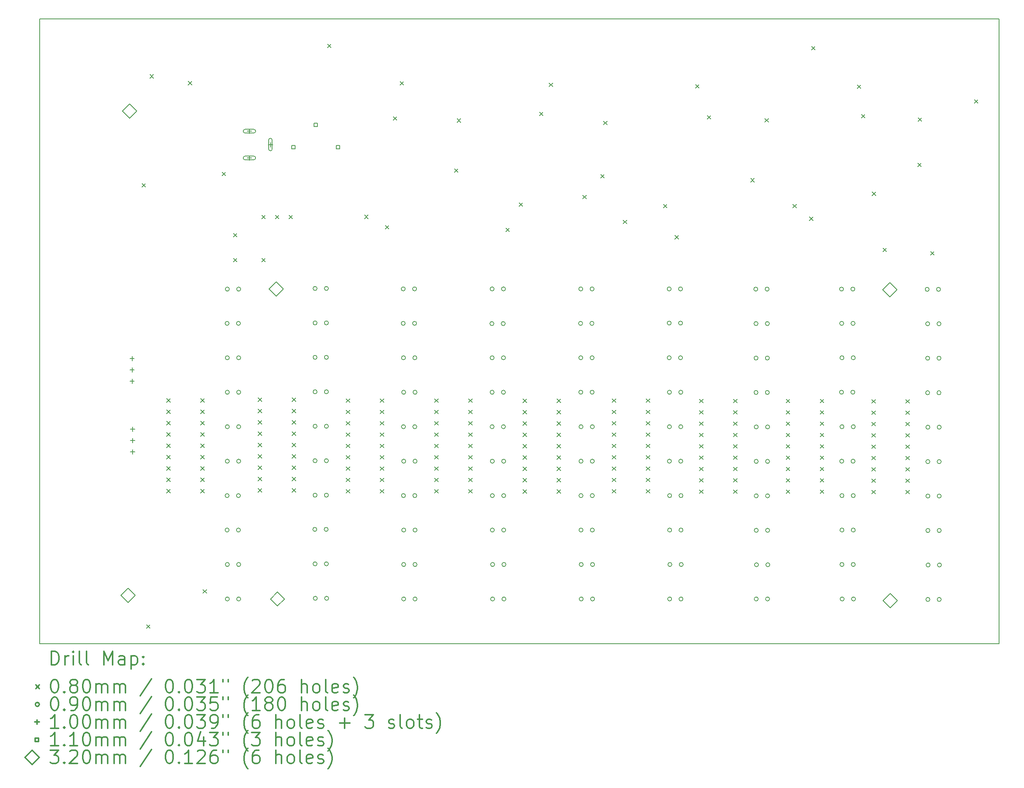
<source format=gbr>
%FSLAX45Y45*%
G04 Gerber Fmt 4.5, Leading zero omitted, Abs format (unit mm)*
G04 Created by KiCad (PCBNEW 4.0.7) date 06/13/18 12:32:53*
%MOMM*%
%LPD*%
G01*
G04 APERTURE LIST*
%ADD10C,0.127000*%
%ADD11C,0.150000*%
%ADD12C,0.200000*%
%ADD13C,0.300000*%
G04 APERTURE END LIST*
D10*
D11*
X31490000Y-20000000D02*
X30990000Y-20000000D01*
X10990000Y-20000000D02*
X9997000Y-20000000D01*
X9996000Y-6000500D02*
X9997080Y-20000500D01*
X31496000Y-6000000D02*
X9996000Y-6000500D01*
X31491000Y-20000000D02*
X31496000Y-6000000D01*
X10990000Y-20000000D02*
X30990000Y-20000000D01*
D12*
X12291000Y-9690000D02*
X12371000Y-9770000D01*
X12371000Y-9690000D02*
X12291000Y-9770000D01*
X12390000Y-19580000D02*
X12470000Y-19660000D01*
X12470000Y-19580000D02*
X12390000Y-19660000D01*
X12466000Y-7247000D02*
X12546000Y-7327000D01*
X12546000Y-7247000D02*
X12466000Y-7327000D01*
X12844900Y-14510600D02*
X12924900Y-14590600D01*
X12924900Y-14510600D02*
X12844900Y-14590600D01*
X12844900Y-14764600D02*
X12924900Y-14844600D01*
X12924900Y-14764600D02*
X12844900Y-14844600D01*
X12844900Y-15018600D02*
X12924900Y-15098600D01*
X12924900Y-15018600D02*
X12844900Y-15098600D01*
X12844900Y-15272600D02*
X12924900Y-15352600D01*
X12924900Y-15272600D02*
X12844900Y-15352600D01*
X12844900Y-15526600D02*
X12924900Y-15606600D01*
X12924900Y-15526600D02*
X12844900Y-15606600D01*
X12844900Y-15780600D02*
X12924900Y-15860600D01*
X12924900Y-15780600D02*
X12844900Y-15860600D01*
X12844900Y-16034600D02*
X12924900Y-16114600D01*
X12924900Y-16034600D02*
X12844900Y-16114600D01*
X12844900Y-16288600D02*
X12924900Y-16368600D01*
X12924900Y-16288600D02*
X12844900Y-16368600D01*
X12844900Y-16542600D02*
X12924900Y-16622600D01*
X12924900Y-16542600D02*
X12844900Y-16622600D01*
X13326000Y-7398000D02*
X13406000Y-7478000D01*
X13406000Y-7398000D02*
X13326000Y-7478000D01*
X13606900Y-14510600D02*
X13686900Y-14590600D01*
X13686900Y-14510600D02*
X13606900Y-14590600D01*
X13606900Y-14764600D02*
X13686900Y-14844600D01*
X13686900Y-14764600D02*
X13606900Y-14844600D01*
X13606900Y-15018600D02*
X13686900Y-15098600D01*
X13686900Y-15018600D02*
X13606900Y-15098600D01*
X13606900Y-15272600D02*
X13686900Y-15352600D01*
X13686900Y-15272600D02*
X13606900Y-15352600D01*
X13606900Y-15526600D02*
X13686900Y-15606600D01*
X13686900Y-15526600D02*
X13606900Y-15606600D01*
X13606900Y-15780600D02*
X13686900Y-15860600D01*
X13686900Y-15780600D02*
X13606900Y-15860600D01*
X13606900Y-16034600D02*
X13686900Y-16114600D01*
X13686900Y-16034600D02*
X13606900Y-16114600D01*
X13606900Y-16288600D02*
X13686900Y-16368600D01*
X13686900Y-16288600D02*
X13606900Y-16368600D01*
X13606900Y-16542600D02*
X13686900Y-16622600D01*
X13686900Y-16542600D02*
X13606900Y-16622600D01*
X13655000Y-18790000D02*
X13735000Y-18870000D01*
X13735000Y-18790000D02*
X13655000Y-18870000D01*
X14082400Y-9434200D02*
X14162400Y-9514200D01*
X14162400Y-9434200D02*
X14082400Y-9514200D01*
X14336400Y-10805800D02*
X14416400Y-10885800D01*
X14416400Y-10805800D02*
X14336400Y-10885800D01*
X14336400Y-11364600D02*
X14416400Y-11444600D01*
X14416400Y-11364600D02*
X14336400Y-11444600D01*
X14892140Y-14495360D02*
X14972140Y-14575360D01*
X14972140Y-14495360D02*
X14892140Y-14575360D01*
X14892140Y-14749360D02*
X14972140Y-14829360D01*
X14972140Y-14749360D02*
X14892140Y-14829360D01*
X14892140Y-15003360D02*
X14972140Y-15083360D01*
X14972140Y-15003360D02*
X14892140Y-15083360D01*
X14892140Y-15257360D02*
X14972140Y-15337360D01*
X14972140Y-15257360D02*
X14892140Y-15337360D01*
X14892140Y-15511360D02*
X14972140Y-15591360D01*
X14972140Y-15511360D02*
X14892140Y-15591360D01*
X14892140Y-15765360D02*
X14972140Y-15845360D01*
X14972140Y-15765360D02*
X14892140Y-15845360D01*
X14892140Y-16019360D02*
X14972140Y-16099360D01*
X14972140Y-16019360D02*
X14892140Y-16099360D01*
X14892140Y-16273360D02*
X14972140Y-16353360D01*
X14972140Y-16273360D02*
X14892140Y-16353360D01*
X14892140Y-16527360D02*
X14972140Y-16607360D01*
X14972140Y-16527360D02*
X14892140Y-16607360D01*
X14971400Y-10399400D02*
X15051400Y-10479400D01*
X15051400Y-10399400D02*
X14971400Y-10479400D01*
X14971400Y-11364600D02*
X15051400Y-11444600D01*
X15051400Y-11364600D02*
X14971400Y-11444600D01*
X15276200Y-10399400D02*
X15356200Y-10479400D01*
X15356200Y-10399400D02*
X15276200Y-10479400D01*
X15581000Y-10399400D02*
X15661000Y-10479400D01*
X15661000Y-10399400D02*
X15581000Y-10479400D01*
X15654140Y-14495360D02*
X15734140Y-14575360D01*
X15734140Y-14495360D02*
X15654140Y-14575360D01*
X15654140Y-14749360D02*
X15734140Y-14829360D01*
X15734140Y-14749360D02*
X15654140Y-14829360D01*
X15654140Y-15003360D02*
X15734140Y-15083360D01*
X15734140Y-15003360D02*
X15654140Y-15083360D01*
X15654140Y-15257360D02*
X15734140Y-15337360D01*
X15734140Y-15257360D02*
X15654140Y-15337360D01*
X15654140Y-15511360D02*
X15734140Y-15591360D01*
X15734140Y-15511360D02*
X15654140Y-15591360D01*
X15654140Y-15765360D02*
X15734140Y-15845360D01*
X15734140Y-15765360D02*
X15654140Y-15845360D01*
X15654140Y-16019360D02*
X15734140Y-16099360D01*
X15734140Y-16019360D02*
X15654140Y-16099360D01*
X15654140Y-16273360D02*
X15734140Y-16353360D01*
X15734140Y-16273360D02*
X15654140Y-16353360D01*
X15654140Y-16527360D02*
X15734140Y-16607360D01*
X15734140Y-16527360D02*
X15654140Y-16607360D01*
X16447000Y-6566400D02*
X16527000Y-6646400D01*
X16527000Y-6566400D02*
X16447000Y-6646400D01*
X16863180Y-14515680D02*
X16943180Y-14595680D01*
X16943180Y-14515680D02*
X16863180Y-14595680D01*
X16863180Y-14769680D02*
X16943180Y-14849680D01*
X16943180Y-14769680D02*
X16863180Y-14849680D01*
X16863180Y-15023680D02*
X16943180Y-15103680D01*
X16943180Y-15023680D02*
X16863180Y-15103680D01*
X16863180Y-15277680D02*
X16943180Y-15357680D01*
X16943180Y-15277680D02*
X16863180Y-15357680D01*
X16863180Y-15531680D02*
X16943180Y-15611680D01*
X16943180Y-15531680D02*
X16863180Y-15611680D01*
X16863180Y-15785680D02*
X16943180Y-15865680D01*
X16943180Y-15785680D02*
X16863180Y-15865680D01*
X16863180Y-16039680D02*
X16943180Y-16119680D01*
X16943180Y-16039680D02*
X16863180Y-16119680D01*
X16863180Y-16293680D02*
X16943180Y-16373680D01*
X16943180Y-16293680D02*
X16863180Y-16373680D01*
X16863180Y-16547680D02*
X16943180Y-16627680D01*
X16943180Y-16547680D02*
X16863180Y-16627680D01*
X17275000Y-10397000D02*
X17355000Y-10477000D01*
X17355000Y-10397000D02*
X17275000Y-10477000D01*
X17625180Y-14515680D02*
X17705180Y-14595680D01*
X17705180Y-14515680D02*
X17625180Y-14595680D01*
X17625180Y-14769680D02*
X17705180Y-14849680D01*
X17705180Y-14769680D02*
X17625180Y-14849680D01*
X17625180Y-15023680D02*
X17705180Y-15103680D01*
X17705180Y-15023680D02*
X17625180Y-15103680D01*
X17625180Y-15277680D02*
X17705180Y-15357680D01*
X17705180Y-15277680D02*
X17625180Y-15357680D01*
X17625180Y-15531680D02*
X17705180Y-15611680D01*
X17705180Y-15531680D02*
X17625180Y-15611680D01*
X17625180Y-15785680D02*
X17705180Y-15865680D01*
X17705180Y-15785680D02*
X17625180Y-15865680D01*
X17625180Y-16039680D02*
X17705180Y-16119680D01*
X17705180Y-16039680D02*
X17625180Y-16119680D01*
X17625180Y-16293680D02*
X17705180Y-16373680D01*
X17705180Y-16293680D02*
X17625180Y-16373680D01*
X17625180Y-16547680D02*
X17705180Y-16627680D01*
X17705180Y-16547680D02*
X17625180Y-16627680D01*
X17740000Y-10628000D02*
X17820000Y-10708000D01*
X17820000Y-10628000D02*
X17740000Y-10708000D01*
X17917800Y-8189600D02*
X17997800Y-8269600D01*
X17997800Y-8189600D02*
X17917800Y-8269600D01*
X18070200Y-7402200D02*
X18150200Y-7482200D01*
X18150200Y-7402200D02*
X18070200Y-7482200D01*
X18844380Y-14515680D02*
X18924380Y-14595680D01*
X18924380Y-14515680D02*
X18844380Y-14595680D01*
X18844380Y-14769680D02*
X18924380Y-14849680D01*
X18924380Y-14769680D02*
X18844380Y-14849680D01*
X18844380Y-15023680D02*
X18924380Y-15103680D01*
X18924380Y-15023680D02*
X18844380Y-15103680D01*
X18844380Y-15277680D02*
X18924380Y-15357680D01*
X18924380Y-15277680D02*
X18844380Y-15357680D01*
X18844380Y-15531680D02*
X18924380Y-15611680D01*
X18924380Y-15531680D02*
X18844380Y-15611680D01*
X18844380Y-15785680D02*
X18924380Y-15865680D01*
X18924380Y-15785680D02*
X18844380Y-15865680D01*
X18844380Y-16039680D02*
X18924380Y-16119680D01*
X18924380Y-16039680D02*
X18844380Y-16119680D01*
X18844380Y-16293680D02*
X18924380Y-16373680D01*
X18924380Y-16293680D02*
X18844380Y-16373680D01*
X18844380Y-16547680D02*
X18924380Y-16627680D01*
X18924380Y-16547680D02*
X18844380Y-16627680D01*
X19289400Y-9358000D02*
X19369400Y-9438000D01*
X19369400Y-9358000D02*
X19289400Y-9438000D01*
X19351000Y-8236000D02*
X19431000Y-8316000D01*
X19431000Y-8236000D02*
X19351000Y-8316000D01*
X19606380Y-14515680D02*
X19686380Y-14595680D01*
X19686380Y-14515680D02*
X19606380Y-14595680D01*
X19606380Y-14769680D02*
X19686380Y-14849680D01*
X19686380Y-14769680D02*
X19606380Y-14849680D01*
X19606380Y-15023680D02*
X19686380Y-15103680D01*
X19686380Y-15023680D02*
X19606380Y-15103680D01*
X19606380Y-15277680D02*
X19686380Y-15357680D01*
X19686380Y-15277680D02*
X19606380Y-15357680D01*
X19606380Y-15531680D02*
X19686380Y-15611680D01*
X19686380Y-15531680D02*
X19606380Y-15611680D01*
X19606380Y-15785680D02*
X19686380Y-15865680D01*
X19686380Y-15785680D02*
X19606380Y-15865680D01*
X19606380Y-16039680D02*
X19686380Y-16119680D01*
X19686380Y-16039680D02*
X19606380Y-16119680D01*
X19606380Y-16293680D02*
X19686380Y-16373680D01*
X19686380Y-16293680D02*
X19606380Y-16373680D01*
X19606380Y-16547680D02*
X19686380Y-16627680D01*
X19686380Y-16547680D02*
X19606380Y-16627680D01*
X20442000Y-10687000D02*
X20522000Y-10767000D01*
X20522000Y-10687000D02*
X20442000Y-10767000D01*
X20737200Y-10120000D02*
X20817200Y-10200000D01*
X20817200Y-10120000D02*
X20737200Y-10200000D01*
X20825580Y-14520760D02*
X20905580Y-14600760D01*
X20905580Y-14520760D02*
X20825580Y-14600760D01*
X20825580Y-14774760D02*
X20905580Y-14854760D01*
X20905580Y-14774760D02*
X20825580Y-14854760D01*
X20825580Y-15028760D02*
X20905580Y-15108760D01*
X20905580Y-15028760D02*
X20825580Y-15108760D01*
X20825580Y-15282760D02*
X20905580Y-15362760D01*
X20905580Y-15282760D02*
X20825580Y-15362760D01*
X20825580Y-15536760D02*
X20905580Y-15616760D01*
X20905580Y-15536760D02*
X20825580Y-15616760D01*
X20825580Y-15790760D02*
X20905580Y-15870760D01*
X20905580Y-15790760D02*
X20825580Y-15870760D01*
X20825580Y-16044760D02*
X20905580Y-16124760D01*
X20905580Y-16044760D02*
X20825580Y-16124760D01*
X20825580Y-16298760D02*
X20905580Y-16378760D01*
X20905580Y-16298760D02*
X20825580Y-16378760D01*
X20825580Y-16552760D02*
X20905580Y-16632760D01*
X20905580Y-16552760D02*
X20825580Y-16632760D01*
X21194400Y-8088000D02*
X21274400Y-8168000D01*
X21274400Y-8088000D02*
X21194400Y-8168000D01*
X21412000Y-7437000D02*
X21492000Y-7517000D01*
X21492000Y-7437000D02*
X21412000Y-7517000D01*
X21587580Y-14520760D02*
X21667580Y-14600760D01*
X21667580Y-14520760D02*
X21587580Y-14600760D01*
X21587580Y-14774760D02*
X21667580Y-14854760D01*
X21667580Y-14774760D02*
X21587580Y-14854760D01*
X21587580Y-15028760D02*
X21667580Y-15108760D01*
X21667580Y-15028760D02*
X21587580Y-15108760D01*
X21587580Y-15282760D02*
X21667580Y-15362760D01*
X21667580Y-15282760D02*
X21587580Y-15362760D01*
X21587580Y-15536760D02*
X21667580Y-15616760D01*
X21667580Y-15536760D02*
X21587580Y-15616760D01*
X21587580Y-15790760D02*
X21667580Y-15870760D01*
X21667580Y-15790760D02*
X21587580Y-15870760D01*
X21587580Y-16044760D02*
X21667580Y-16124760D01*
X21667580Y-16044760D02*
X21587580Y-16124760D01*
X21587580Y-16298760D02*
X21667580Y-16378760D01*
X21667580Y-16298760D02*
X21587580Y-16378760D01*
X21587580Y-16552760D02*
X21667580Y-16632760D01*
X21667580Y-16552760D02*
X21587580Y-16632760D01*
X22167000Y-9952000D02*
X22247000Y-10032000D01*
X22247000Y-9952000D02*
X22167000Y-10032000D01*
X22566000Y-9485000D02*
X22646000Y-9565000D01*
X22646000Y-9485000D02*
X22566000Y-9565000D01*
X22631000Y-8294000D02*
X22711000Y-8374000D01*
X22711000Y-8294000D02*
X22631000Y-8374000D01*
X22827100Y-14515680D02*
X22907100Y-14595680D01*
X22907100Y-14515680D02*
X22827100Y-14595680D01*
X22827100Y-14769680D02*
X22907100Y-14849680D01*
X22907100Y-14769680D02*
X22827100Y-14849680D01*
X22827100Y-15023680D02*
X22907100Y-15103680D01*
X22907100Y-15023680D02*
X22827100Y-15103680D01*
X22827100Y-15277680D02*
X22907100Y-15357680D01*
X22907100Y-15277680D02*
X22827100Y-15357680D01*
X22827100Y-15531680D02*
X22907100Y-15611680D01*
X22907100Y-15531680D02*
X22827100Y-15611680D01*
X22827100Y-15785680D02*
X22907100Y-15865680D01*
X22907100Y-15785680D02*
X22827100Y-15865680D01*
X22827100Y-16039680D02*
X22907100Y-16119680D01*
X22907100Y-16039680D02*
X22827100Y-16119680D01*
X22827100Y-16293680D02*
X22907100Y-16373680D01*
X22907100Y-16293680D02*
X22827100Y-16373680D01*
X22827100Y-16547680D02*
X22907100Y-16627680D01*
X22907100Y-16547680D02*
X22827100Y-16627680D01*
X23072000Y-10512000D02*
X23152000Y-10592000D01*
X23152000Y-10512000D02*
X23072000Y-10592000D01*
X23589100Y-14515680D02*
X23669100Y-14595680D01*
X23669100Y-14515680D02*
X23589100Y-14595680D01*
X23589100Y-14769680D02*
X23669100Y-14849680D01*
X23669100Y-14769680D02*
X23589100Y-14849680D01*
X23589100Y-15023680D02*
X23669100Y-15103680D01*
X23669100Y-15023680D02*
X23589100Y-15103680D01*
X23589100Y-15277680D02*
X23669100Y-15357680D01*
X23669100Y-15277680D02*
X23589100Y-15357680D01*
X23589100Y-15531680D02*
X23669100Y-15611680D01*
X23669100Y-15531680D02*
X23589100Y-15611680D01*
X23589100Y-15785680D02*
X23669100Y-15865680D01*
X23669100Y-15785680D02*
X23589100Y-15865680D01*
X23589100Y-16039680D02*
X23669100Y-16119680D01*
X23669100Y-16039680D02*
X23589100Y-16119680D01*
X23589100Y-16293680D02*
X23669100Y-16373680D01*
X23669100Y-16293680D02*
X23589100Y-16373680D01*
X23589100Y-16547680D02*
X23669100Y-16627680D01*
X23669100Y-16547680D02*
X23589100Y-16627680D01*
X23973000Y-10153000D02*
X24053000Y-10233000D01*
X24053000Y-10153000D02*
X23973000Y-10233000D01*
X24230000Y-10854000D02*
X24310000Y-10934000D01*
X24310000Y-10854000D02*
X24230000Y-10934000D01*
X24692000Y-7472000D02*
X24772000Y-7552000D01*
X24772000Y-7472000D02*
X24692000Y-7552000D01*
X24782900Y-14525840D02*
X24862900Y-14605840D01*
X24862900Y-14525840D02*
X24782900Y-14605840D01*
X24782900Y-14779840D02*
X24862900Y-14859840D01*
X24862900Y-14779840D02*
X24782900Y-14859840D01*
X24782900Y-15033840D02*
X24862900Y-15113840D01*
X24862900Y-15033840D02*
X24782900Y-15113840D01*
X24782900Y-15287840D02*
X24862900Y-15367840D01*
X24862900Y-15287840D02*
X24782900Y-15367840D01*
X24782900Y-15541840D02*
X24862900Y-15621840D01*
X24862900Y-15541840D02*
X24782900Y-15621840D01*
X24782900Y-15795840D02*
X24862900Y-15875840D01*
X24862900Y-15795840D02*
X24782900Y-15875840D01*
X24782900Y-16049840D02*
X24862900Y-16129840D01*
X24862900Y-16049840D02*
X24782900Y-16129840D01*
X24782900Y-16303840D02*
X24862900Y-16383840D01*
X24862900Y-16303840D02*
X24782900Y-16383840D01*
X24782900Y-16557840D02*
X24862900Y-16637840D01*
X24862900Y-16557840D02*
X24782900Y-16637840D01*
X24953600Y-8164200D02*
X25033600Y-8244200D01*
X25033600Y-8164200D02*
X24953600Y-8244200D01*
X25544900Y-14525840D02*
X25624900Y-14605840D01*
X25624900Y-14525840D02*
X25544900Y-14605840D01*
X25544900Y-14779840D02*
X25624900Y-14859840D01*
X25624900Y-14779840D02*
X25544900Y-14859840D01*
X25544900Y-15033840D02*
X25624900Y-15113840D01*
X25624900Y-15033840D02*
X25544900Y-15113840D01*
X25544900Y-15287840D02*
X25624900Y-15367840D01*
X25624900Y-15287840D02*
X25544900Y-15367840D01*
X25544900Y-15541840D02*
X25624900Y-15621840D01*
X25624900Y-15541840D02*
X25544900Y-15621840D01*
X25544900Y-15795840D02*
X25624900Y-15875840D01*
X25624900Y-15795840D02*
X25544900Y-15875840D01*
X25544900Y-16049840D02*
X25624900Y-16129840D01*
X25624900Y-16049840D02*
X25544900Y-16129840D01*
X25544900Y-16303840D02*
X25624900Y-16383840D01*
X25624900Y-16303840D02*
X25544900Y-16383840D01*
X25544900Y-16557840D02*
X25624900Y-16637840D01*
X25624900Y-16557840D02*
X25544900Y-16637840D01*
X25929000Y-9576000D02*
X26009000Y-9656000D01*
X26009000Y-9576000D02*
X25929000Y-9656000D01*
X26245000Y-8233000D02*
X26325000Y-8313000D01*
X26325000Y-8233000D02*
X26245000Y-8313000D01*
X26723460Y-14525840D02*
X26803460Y-14605840D01*
X26803460Y-14525840D02*
X26723460Y-14605840D01*
X26723460Y-14779840D02*
X26803460Y-14859840D01*
X26803460Y-14779840D02*
X26723460Y-14859840D01*
X26723460Y-15033840D02*
X26803460Y-15113840D01*
X26803460Y-15033840D02*
X26723460Y-15113840D01*
X26723460Y-15287840D02*
X26803460Y-15367840D01*
X26803460Y-15287840D02*
X26723460Y-15367840D01*
X26723460Y-15541840D02*
X26803460Y-15621840D01*
X26803460Y-15541840D02*
X26723460Y-15621840D01*
X26723460Y-15795840D02*
X26803460Y-15875840D01*
X26803460Y-15795840D02*
X26723460Y-15875840D01*
X26723460Y-16049840D02*
X26803460Y-16129840D01*
X26803460Y-16049840D02*
X26723460Y-16129840D01*
X26723460Y-16303840D02*
X26803460Y-16383840D01*
X26803460Y-16303840D02*
X26723460Y-16383840D01*
X26723460Y-16557840D02*
X26803460Y-16637840D01*
X26803460Y-16557840D02*
X26723460Y-16637840D01*
X26871000Y-10154000D02*
X26951000Y-10234000D01*
X26951000Y-10154000D02*
X26871000Y-10234000D01*
X27247000Y-10440000D02*
X27327000Y-10520000D01*
X27327000Y-10440000D02*
X27247000Y-10520000D01*
X27290400Y-6614800D02*
X27370400Y-6694800D01*
X27370400Y-6614800D02*
X27290400Y-6694800D01*
X27485460Y-14525840D02*
X27565460Y-14605840D01*
X27565460Y-14525840D02*
X27485460Y-14605840D01*
X27485460Y-14779840D02*
X27565460Y-14859840D01*
X27565460Y-14779840D02*
X27485460Y-14859840D01*
X27485460Y-15033840D02*
X27565460Y-15113840D01*
X27565460Y-15033840D02*
X27485460Y-15113840D01*
X27485460Y-15287840D02*
X27565460Y-15367840D01*
X27565460Y-15287840D02*
X27485460Y-15367840D01*
X27485460Y-15541840D02*
X27565460Y-15621840D01*
X27565460Y-15541840D02*
X27485460Y-15621840D01*
X27485460Y-15795840D02*
X27565460Y-15875840D01*
X27565460Y-15795840D02*
X27485460Y-15875840D01*
X27485460Y-16049840D02*
X27565460Y-16129840D01*
X27565460Y-16049840D02*
X27485460Y-16129840D01*
X27485460Y-16303840D02*
X27565460Y-16383840D01*
X27565460Y-16303840D02*
X27485460Y-16383840D01*
X27485460Y-16557840D02*
X27565460Y-16637840D01*
X27565460Y-16557840D02*
X27485460Y-16637840D01*
X28317000Y-7477000D02*
X28397000Y-7557000D01*
X28397000Y-7477000D02*
X28317000Y-7557000D01*
X28408000Y-8138800D02*
X28488000Y-8218800D01*
X28488000Y-8138800D02*
X28408000Y-8218800D01*
X28643700Y-14530920D02*
X28723700Y-14610920D01*
X28723700Y-14530920D02*
X28643700Y-14610920D01*
X28643700Y-14784920D02*
X28723700Y-14864920D01*
X28723700Y-14784920D02*
X28643700Y-14864920D01*
X28643700Y-15038920D02*
X28723700Y-15118920D01*
X28723700Y-15038920D02*
X28643700Y-15118920D01*
X28643700Y-15292920D02*
X28723700Y-15372920D01*
X28723700Y-15292920D02*
X28643700Y-15372920D01*
X28643700Y-15546920D02*
X28723700Y-15626920D01*
X28723700Y-15546920D02*
X28643700Y-15626920D01*
X28643700Y-15800920D02*
X28723700Y-15880920D01*
X28723700Y-15800920D02*
X28643700Y-15880920D01*
X28643700Y-16054920D02*
X28723700Y-16134920D01*
X28723700Y-16054920D02*
X28643700Y-16134920D01*
X28643700Y-16308920D02*
X28723700Y-16388920D01*
X28723700Y-16308920D02*
X28643700Y-16388920D01*
X28643700Y-16562920D02*
X28723700Y-16642920D01*
X28723700Y-16562920D02*
X28643700Y-16642920D01*
X28652000Y-9881000D02*
X28732000Y-9961000D01*
X28732000Y-9881000D02*
X28652000Y-9961000D01*
X28890600Y-11136000D02*
X28970600Y-11216000D01*
X28970600Y-11136000D02*
X28890600Y-11216000D01*
X29405700Y-14530920D02*
X29485700Y-14610920D01*
X29485700Y-14530920D02*
X29405700Y-14610920D01*
X29405700Y-14784920D02*
X29485700Y-14864920D01*
X29485700Y-14784920D02*
X29405700Y-14864920D01*
X29405700Y-15038920D02*
X29485700Y-15118920D01*
X29485700Y-15038920D02*
X29405700Y-15118920D01*
X29405700Y-15292920D02*
X29485700Y-15372920D01*
X29485700Y-15292920D02*
X29405700Y-15372920D01*
X29405700Y-15546920D02*
X29485700Y-15626920D01*
X29485700Y-15546920D02*
X29405700Y-15626920D01*
X29405700Y-15800920D02*
X29485700Y-15880920D01*
X29485700Y-15800920D02*
X29405700Y-15880920D01*
X29405700Y-16054920D02*
X29485700Y-16134920D01*
X29485700Y-16054920D02*
X29405700Y-16134920D01*
X29405700Y-16308920D02*
X29485700Y-16388920D01*
X29485700Y-16308920D02*
X29405700Y-16388920D01*
X29405700Y-16562920D02*
X29485700Y-16642920D01*
X29485700Y-16562920D02*
X29405700Y-16642920D01*
X29672000Y-9234000D02*
X29752000Y-9314000D01*
X29752000Y-9234000D02*
X29672000Y-9314000D01*
X29678000Y-8215000D02*
X29758000Y-8295000D01*
X29758000Y-8215000D02*
X29678000Y-8295000D01*
X29957400Y-11212200D02*
X30037400Y-11292200D01*
X30037400Y-11212200D02*
X29957400Y-11292200D01*
X30941000Y-7808600D02*
X31021000Y-7888600D01*
X31021000Y-7808600D02*
X30941000Y-7888600D01*
X14240540Y-12823400D02*
G75*
G03X14240540Y-12823400I-45000J0D01*
G01*
X14240540Y-16684200D02*
G75*
G03X14240540Y-16684200I-45000J0D01*
G01*
X14240540Y-17456360D02*
G75*
G03X14240540Y-17456360I-45000J0D01*
G01*
X14245620Y-12056320D02*
G75*
G03X14245620Y-12056320I-45000J0D01*
G01*
X14245620Y-13595560D02*
G75*
G03X14245620Y-13595560I-45000J0D01*
G01*
X14245620Y-14367720D02*
G75*
G03X14245620Y-14367720I-45000J0D01*
G01*
X14245620Y-15139880D02*
G75*
G03X14245620Y-15139880I-45000J0D01*
G01*
X14245620Y-15912040D02*
G75*
G03X14245620Y-15912040I-45000J0D01*
G01*
X14245620Y-18228520D02*
G75*
G03X14245620Y-18228520I-45000J0D01*
G01*
X14245620Y-19000680D02*
G75*
G03X14245620Y-19000680I-45000J0D01*
G01*
X14494540Y-12823400D02*
G75*
G03X14494540Y-12823400I-45000J0D01*
G01*
X14494540Y-16684200D02*
G75*
G03X14494540Y-16684200I-45000J0D01*
G01*
X14494540Y-17456360D02*
G75*
G03X14494540Y-17456360I-45000J0D01*
G01*
X14499620Y-12056320D02*
G75*
G03X14499620Y-12056320I-45000J0D01*
G01*
X14499620Y-13595560D02*
G75*
G03X14499620Y-13595560I-45000J0D01*
G01*
X14499620Y-14367720D02*
G75*
G03X14499620Y-14367720I-45000J0D01*
G01*
X14499620Y-15139880D02*
G75*
G03X14499620Y-15139880I-45000J0D01*
G01*
X14499620Y-15912040D02*
G75*
G03X14499620Y-15912040I-45000J0D01*
G01*
X14499620Y-18228520D02*
G75*
G03X14499620Y-18228520I-45000J0D01*
G01*
X14499620Y-19000680D02*
G75*
G03X14499620Y-19000680I-45000J0D01*
G01*
X16206500Y-17441120D02*
G75*
G03X16206500Y-17441120I-45000J0D01*
G01*
X16211580Y-12041080D02*
G75*
G03X16211580Y-12041080I-45000J0D01*
G01*
X16211580Y-12813240D02*
G75*
G03X16211580Y-12813240I-45000J0D01*
G01*
X16211580Y-13585400D02*
G75*
G03X16211580Y-13585400I-45000J0D01*
G01*
X16211580Y-14357560D02*
G75*
G03X16211580Y-14357560I-45000J0D01*
G01*
X16211580Y-15129720D02*
G75*
G03X16211580Y-15129720I-45000J0D01*
G01*
X16211580Y-15901880D02*
G75*
G03X16211580Y-15901880I-45000J0D01*
G01*
X16211580Y-16674040D02*
G75*
G03X16211580Y-16674040I-45000J0D01*
G01*
X16211580Y-18213280D02*
G75*
G03X16211580Y-18213280I-45000J0D01*
G01*
X16216660Y-18985440D02*
G75*
G03X16216660Y-18985440I-45000J0D01*
G01*
X16460500Y-17441120D02*
G75*
G03X16460500Y-17441120I-45000J0D01*
G01*
X16465580Y-12041080D02*
G75*
G03X16465580Y-12041080I-45000J0D01*
G01*
X16465580Y-12813240D02*
G75*
G03X16465580Y-12813240I-45000J0D01*
G01*
X16465580Y-13585400D02*
G75*
G03X16465580Y-13585400I-45000J0D01*
G01*
X16465580Y-14357560D02*
G75*
G03X16465580Y-14357560I-45000J0D01*
G01*
X16465580Y-15129720D02*
G75*
G03X16465580Y-15129720I-45000J0D01*
G01*
X16465580Y-15901880D02*
G75*
G03X16465580Y-15901880I-45000J0D01*
G01*
X16465580Y-16674040D02*
G75*
G03X16465580Y-16674040I-45000J0D01*
G01*
X16465580Y-18213280D02*
G75*
G03X16465580Y-18213280I-45000J0D01*
G01*
X16470660Y-18985440D02*
G75*
G03X16470660Y-18985440I-45000J0D01*
G01*
X18187700Y-12051240D02*
G75*
G03X18187700Y-12051240I-45000J0D01*
G01*
X18187700Y-12823400D02*
G75*
G03X18187700Y-12823400I-45000J0D01*
G01*
X18192780Y-13595560D02*
G75*
G03X18192780Y-13595560I-45000J0D01*
G01*
X18192780Y-15139880D02*
G75*
G03X18192780Y-15139880I-45000J0D01*
G01*
X18192780Y-16684200D02*
G75*
G03X18192780Y-16684200I-45000J0D01*
G01*
X18197860Y-14367720D02*
G75*
G03X18197860Y-14367720I-45000J0D01*
G01*
X18197860Y-15912040D02*
G75*
G03X18197860Y-15912040I-45000J0D01*
G01*
X18197860Y-17456360D02*
G75*
G03X18197860Y-17456360I-45000J0D01*
G01*
X18197860Y-18228520D02*
G75*
G03X18197860Y-18228520I-45000J0D01*
G01*
X18197860Y-19000680D02*
G75*
G03X18197860Y-19000680I-45000J0D01*
G01*
X18441700Y-12051240D02*
G75*
G03X18441700Y-12051240I-45000J0D01*
G01*
X18441700Y-12823400D02*
G75*
G03X18441700Y-12823400I-45000J0D01*
G01*
X18446780Y-13595560D02*
G75*
G03X18446780Y-13595560I-45000J0D01*
G01*
X18446780Y-15139880D02*
G75*
G03X18446780Y-15139880I-45000J0D01*
G01*
X18446780Y-16684200D02*
G75*
G03X18446780Y-16684200I-45000J0D01*
G01*
X18451860Y-14367720D02*
G75*
G03X18451860Y-14367720I-45000J0D01*
G01*
X18451860Y-15912040D02*
G75*
G03X18451860Y-15912040I-45000J0D01*
G01*
X18451860Y-17456360D02*
G75*
G03X18451860Y-17456360I-45000J0D01*
G01*
X18451860Y-18228520D02*
G75*
G03X18451860Y-18228520I-45000J0D01*
G01*
X18451860Y-19000680D02*
G75*
G03X18451860Y-19000680I-45000J0D01*
G01*
X20173980Y-12828480D02*
G75*
G03X20173980Y-12828480I-45000J0D01*
G01*
X20179060Y-12051240D02*
G75*
G03X20179060Y-12051240I-45000J0D01*
G01*
X20179060Y-13595560D02*
G75*
G03X20179060Y-13595560I-45000J0D01*
G01*
X20179060Y-14367720D02*
G75*
G03X20179060Y-14367720I-45000J0D01*
G01*
X20179060Y-15139880D02*
G75*
G03X20179060Y-15139880I-45000J0D01*
G01*
X20184140Y-15912040D02*
G75*
G03X20184140Y-15912040I-45000J0D01*
G01*
X20184140Y-16684200D02*
G75*
G03X20184140Y-16684200I-45000J0D01*
G01*
X20184140Y-17456360D02*
G75*
G03X20184140Y-17456360I-45000J0D01*
G01*
X20189220Y-18228520D02*
G75*
G03X20189220Y-18228520I-45000J0D01*
G01*
X20189220Y-19000680D02*
G75*
G03X20189220Y-19000680I-45000J0D01*
G01*
X20427980Y-12828480D02*
G75*
G03X20427980Y-12828480I-45000J0D01*
G01*
X20433060Y-12051240D02*
G75*
G03X20433060Y-12051240I-45000J0D01*
G01*
X20433060Y-13595560D02*
G75*
G03X20433060Y-13595560I-45000J0D01*
G01*
X20433060Y-14367720D02*
G75*
G03X20433060Y-14367720I-45000J0D01*
G01*
X20433060Y-15139880D02*
G75*
G03X20433060Y-15139880I-45000J0D01*
G01*
X20438140Y-15912040D02*
G75*
G03X20438140Y-15912040I-45000J0D01*
G01*
X20438140Y-16684200D02*
G75*
G03X20438140Y-16684200I-45000J0D01*
G01*
X20438140Y-17456360D02*
G75*
G03X20438140Y-17456360I-45000J0D01*
G01*
X20443220Y-18228520D02*
G75*
G03X20443220Y-18228520I-45000J0D01*
G01*
X20443220Y-19000680D02*
G75*
G03X20443220Y-19000680I-45000J0D01*
G01*
X22160260Y-12823400D02*
G75*
G03X22160260Y-12823400I-45000J0D01*
G01*
X22165340Y-12051240D02*
G75*
G03X22165340Y-12051240I-45000J0D01*
G01*
X22165340Y-13595560D02*
G75*
G03X22165340Y-13595560I-45000J0D01*
G01*
X22165340Y-14367720D02*
G75*
G03X22165340Y-14367720I-45000J0D01*
G01*
X22170420Y-15139880D02*
G75*
G03X22170420Y-15139880I-45000J0D01*
G01*
X22170420Y-15912040D02*
G75*
G03X22170420Y-15912040I-45000J0D01*
G01*
X22170420Y-16684200D02*
G75*
G03X22170420Y-16684200I-45000J0D01*
G01*
X22170420Y-17456360D02*
G75*
G03X22170420Y-17456360I-45000J0D01*
G01*
X22175500Y-18228520D02*
G75*
G03X22175500Y-18228520I-45000J0D01*
G01*
X22175500Y-19000680D02*
G75*
G03X22175500Y-19000680I-45000J0D01*
G01*
X22414260Y-12823400D02*
G75*
G03X22414260Y-12823400I-45000J0D01*
G01*
X22419340Y-12051240D02*
G75*
G03X22419340Y-12051240I-45000J0D01*
G01*
X22419340Y-13595560D02*
G75*
G03X22419340Y-13595560I-45000J0D01*
G01*
X22419340Y-14367720D02*
G75*
G03X22419340Y-14367720I-45000J0D01*
G01*
X22424420Y-15139880D02*
G75*
G03X22424420Y-15139880I-45000J0D01*
G01*
X22424420Y-15912040D02*
G75*
G03X22424420Y-15912040I-45000J0D01*
G01*
X22424420Y-16684200D02*
G75*
G03X22424420Y-16684200I-45000J0D01*
G01*
X22424420Y-17456360D02*
G75*
G03X22424420Y-17456360I-45000J0D01*
G01*
X22429500Y-18228520D02*
G75*
G03X22429500Y-18228520I-45000J0D01*
G01*
X22429500Y-19000680D02*
G75*
G03X22429500Y-19000680I-45000J0D01*
G01*
X24146540Y-12051240D02*
G75*
G03X24146540Y-12051240I-45000J0D01*
G01*
X24146540Y-12818320D02*
G75*
G03X24146540Y-12818320I-45000J0D01*
G01*
X24146540Y-13595560D02*
G75*
G03X24146540Y-13595560I-45000J0D01*
G01*
X24151620Y-14367720D02*
G75*
G03X24151620Y-14367720I-45000J0D01*
G01*
X24151620Y-15139880D02*
G75*
G03X24151620Y-15139880I-45000J0D01*
G01*
X24151620Y-15912040D02*
G75*
G03X24151620Y-15912040I-45000J0D01*
G01*
X24156700Y-16684200D02*
G75*
G03X24156700Y-16684200I-45000J0D01*
G01*
X24156700Y-17456360D02*
G75*
G03X24156700Y-17456360I-45000J0D01*
G01*
X24156700Y-19000680D02*
G75*
G03X24156700Y-19000680I-45000J0D01*
G01*
X24161780Y-18228520D02*
G75*
G03X24161780Y-18228520I-45000J0D01*
G01*
X24400540Y-12051240D02*
G75*
G03X24400540Y-12051240I-45000J0D01*
G01*
X24400540Y-12818320D02*
G75*
G03X24400540Y-12818320I-45000J0D01*
G01*
X24400540Y-13595560D02*
G75*
G03X24400540Y-13595560I-45000J0D01*
G01*
X24405620Y-14367720D02*
G75*
G03X24405620Y-14367720I-45000J0D01*
G01*
X24405620Y-15139880D02*
G75*
G03X24405620Y-15139880I-45000J0D01*
G01*
X24405620Y-15912040D02*
G75*
G03X24405620Y-15912040I-45000J0D01*
G01*
X24410700Y-16684200D02*
G75*
G03X24410700Y-16684200I-45000J0D01*
G01*
X24410700Y-17456360D02*
G75*
G03X24410700Y-17456360I-45000J0D01*
G01*
X24410700Y-19000680D02*
G75*
G03X24410700Y-19000680I-45000J0D01*
G01*
X24415780Y-18228520D02*
G75*
G03X24415780Y-18228520I-45000J0D01*
G01*
X26087100Y-12056320D02*
G75*
G03X26087100Y-12056320I-45000J0D01*
G01*
X26092180Y-12828480D02*
G75*
G03X26092180Y-12828480I-45000J0D01*
G01*
X26092180Y-13600640D02*
G75*
G03X26092180Y-13600640I-45000J0D01*
G01*
X26092180Y-14372800D02*
G75*
G03X26092180Y-14372800I-45000J0D01*
G01*
X26097260Y-15144960D02*
G75*
G03X26097260Y-15144960I-45000J0D01*
G01*
X26097260Y-15917120D02*
G75*
G03X26097260Y-15917120I-45000J0D01*
G01*
X26097260Y-16689280D02*
G75*
G03X26097260Y-16689280I-45000J0D01*
G01*
X26097260Y-17461440D02*
G75*
G03X26097260Y-17461440I-45000J0D01*
G01*
X26097260Y-19000680D02*
G75*
G03X26097260Y-19000680I-45000J0D01*
G01*
X26102340Y-18233600D02*
G75*
G03X26102340Y-18233600I-45000J0D01*
G01*
X26341100Y-12056320D02*
G75*
G03X26341100Y-12056320I-45000J0D01*
G01*
X26346180Y-12828480D02*
G75*
G03X26346180Y-12828480I-45000J0D01*
G01*
X26346180Y-13600640D02*
G75*
G03X26346180Y-13600640I-45000J0D01*
G01*
X26346180Y-14372800D02*
G75*
G03X26346180Y-14372800I-45000J0D01*
G01*
X26351260Y-15144960D02*
G75*
G03X26351260Y-15144960I-45000J0D01*
G01*
X26351260Y-15917120D02*
G75*
G03X26351260Y-15917120I-45000J0D01*
G01*
X26351260Y-16689280D02*
G75*
G03X26351260Y-16689280I-45000J0D01*
G01*
X26351260Y-17461440D02*
G75*
G03X26351260Y-17461440I-45000J0D01*
G01*
X26351260Y-19000680D02*
G75*
G03X26351260Y-19000680I-45000J0D01*
G01*
X26356340Y-18233600D02*
G75*
G03X26356340Y-18233600I-45000J0D01*
G01*
X28007340Y-12056320D02*
G75*
G03X28007340Y-12056320I-45000J0D01*
G01*
X28007340Y-14367720D02*
G75*
G03X28007340Y-14367720I-45000J0D01*
G01*
X28012420Y-12823400D02*
G75*
G03X28012420Y-12823400I-45000J0D01*
G01*
X28012420Y-15912040D02*
G75*
G03X28012420Y-15912040I-45000J0D01*
G01*
X28017500Y-13595560D02*
G75*
G03X28017500Y-13595560I-45000J0D01*
G01*
X28017500Y-15139880D02*
G75*
G03X28017500Y-15139880I-45000J0D01*
G01*
X28017500Y-16684200D02*
G75*
G03X28017500Y-16684200I-45000J0D01*
G01*
X28017500Y-17456360D02*
G75*
G03X28017500Y-17456360I-45000J0D01*
G01*
X28017500Y-18228520D02*
G75*
G03X28017500Y-18228520I-45000J0D01*
G01*
X28022580Y-19000680D02*
G75*
G03X28022580Y-19000680I-45000J0D01*
G01*
X28261340Y-12056320D02*
G75*
G03X28261340Y-12056320I-45000J0D01*
G01*
X28261340Y-14367720D02*
G75*
G03X28261340Y-14367720I-45000J0D01*
G01*
X28266420Y-12823400D02*
G75*
G03X28266420Y-12823400I-45000J0D01*
G01*
X28266420Y-15912040D02*
G75*
G03X28266420Y-15912040I-45000J0D01*
G01*
X28271500Y-13595560D02*
G75*
G03X28271500Y-13595560I-45000J0D01*
G01*
X28271500Y-15139880D02*
G75*
G03X28271500Y-15139880I-45000J0D01*
G01*
X28271500Y-16684200D02*
G75*
G03X28271500Y-16684200I-45000J0D01*
G01*
X28271500Y-17456360D02*
G75*
G03X28271500Y-17456360I-45000J0D01*
G01*
X28271500Y-18228520D02*
G75*
G03X28271500Y-18228520I-45000J0D01*
G01*
X28276580Y-19000680D02*
G75*
G03X28276580Y-19000680I-45000J0D01*
G01*
X29927580Y-12061400D02*
G75*
G03X29927580Y-12061400I-45000J0D01*
G01*
X29937740Y-12833560D02*
G75*
G03X29937740Y-12833560I-45000J0D01*
G01*
X29937740Y-13605720D02*
G75*
G03X29937740Y-13605720I-45000J0D01*
G01*
X29937740Y-14377880D02*
G75*
G03X29937740Y-14377880I-45000J0D01*
G01*
X29942820Y-15150040D02*
G75*
G03X29942820Y-15150040I-45000J0D01*
G01*
X29942820Y-15922200D02*
G75*
G03X29942820Y-15922200I-45000J0D01*
G01*
X29942820Y-16694360D02*
G75*
G03X29942820Y-16694360I-45000J0D01*
G01*
X29942820Y-17466520D02*
G75*
G03X29942820Y-17466520I-45000J0D01*
G01*
X29942820Y-19010840D02*
G75*
G03X29942820Y-19010840I-45000J0D01*
G01*
X29947900Y-18238680D02*
G75*
G03X29947900Y-18238680I-45000J0D01*
G01*
X30181580Y-12061400D02*
G75*
G03X30181580Y-12061400I-45000J0D01*
G01*
X30191740Y-12833560D02*
G75*
G03X30191740Y-12833560I-45000J0D01*
G01*
X30191740Y-13605720D02*
G75*
G03X30191740Y-13605720I-45000J0D01*
G01*
X30191740Y-14377880D02*
G75*
G03X30191740Y-14377880I-45000J0D01*
G01*
X30196820Y-15150040D02*
G75*
G03X30196820Y-15150040I-45000J0D01*
G01*
X30196820Y-15922200D02*
G75*
G03X30196820Y-15922200I-45000J0D01*
G01*
X30196820Y-16694360D02*
G75*
G03X30196820Y-16694360I-45000J0D01*
G01*
X30196820Y-17466520D02*
G75*
G03X30196820Y-17466520I-45000J0D01*
G01*
X30196820Y-19010840D02*
G75*
G03X30196820Y-19010840I-45000J0D01*
G01*
X30201900Y-18238680D02*
G75*
G03X30201900Y-18238680I-45000J0D01*
G01*
X12067020Y-13560800D02*
X12067020Y-13660800D01*
X12017020Y-13610800D02*
X12117020Y-13610800D01*
X12067020Y-13814800D02*
X12067020Y-13914800D01*
X12017020Y-13864800D02*
X12117020Y-13864800D01*
X12067020Y-14068800D02*
X12067020Y-14168800D01*
X12017020Y-14118800D02*
X12117020Y-14118800D01*
X12077000Y-15146000D02*
X12077000Y-15246000D01*
X12027000Y-15196000D02*
X12127000Y-15196000D01*
X12077000Y-15400000D02*
X12077000Y-15500000D01*
X12027000Y-15450000D02*
X12127000Y-15450000D01*
X12077000Y-15654000D02*
X12077000Y-15754000D01*
X12027000Y-15704000D02*
X12127000Y-15704000D01*
X14696100Y-8466000D02*
X14696100Y-8566000D01*
X14646100Y-8516000D02*
X14746100Y-8516000D01*
X14796100Y-8476000D02*
X14596100Y-8476000D01*
X14796100Y-8556000D02*
X14596100Y-8556000D01*
X14596100Y-8476000D02*
G75*
G03X14596100Y-8556000I0J-40000D01*
G01*
X14796100Y-8556000D02*
G75*
G03X14796100Y-8476000I0J40000D01*
G01*
X14696100Y-9066000D02*
X14696100Y-9166000D01*
X14646100Y-9116000D02*
X14746100Y-9116000D01*
X14796100Y-9076000D02*
X14596100Y-9076000D01*
X14796100Y-9156000D02*
X14596100Y-9156000D01*
X14596100Y-9076000D02*
G75*
G03X14596100Y-9156000I0J-40000D01*
G01*
X14796100Y-9156000D02*
G75*
G03X14796100Y-9076000I0J40000D01*
G01*
X15166100Y-8766000D02*
X15166100Y-8866000D01*
X15116100Y-8816000D02*
X15216100Y-8816000D01*
X15126100Y-8716000D02*
X15126100Y-8916000D01*
X15206100Y-8716000D02*
X15206100Y-8916000D01*
X15126100Y-8916000D02*
G75*
G03X15206100Y-8916000I40000J0D01*
G01*
X15206100Y-8716000D02*
G75*
G03X15126100Y-8716000I-40000J0D01*
G01*
X15719991Y-8912391D02*
X15719991Y-8834609D01*
X15642209Y-8834609D01*
X15642209Y-8912391D01*
X15719991Y-8912391D01*
X16219991Y-8412391D02*
X16219991Y-8334609D01*
X16142209Y-8334609D01*
X16142209Y-8412391D01*
X16219991Y-8412391D01*
X16719991Y-8912391D02*
X16719991Y-8834609D01*
X16642209Y-8834609D01*
X16642209Y-8912391D01*
X16719991Y-8912391D01*
X11974800Y-19083000D02*
X12134800Y-18923000D01*
X11974800Y-18763000D01*
X11814800Y-18923000D01*
X11974800Y-19083000D01*
X12011294Y-8228294D02*
X12171294Y-8068294D01*
X12011294Y-7908294D01*
X11851294Y-8068294D01*
X12011294Y-8228294D01*
X15295294Y-12215294D02*
X15455294Y-12055294D01*
X15295294Y-11895294D01*
X15135294Y-12055294D01*
X15295294Y-12215294D01*
X15325294Y-19160294D02*
X15485294Y-19000294D01*
X15325294Y-18840294D01*
X15165294Y-19000294D01*
X15325294Y-19160294D01*
X29045000Y-12230000D02*
X29205000Y-12070000D01*
X29045000Y-11910000D01*
X28885000Y-12070000D01*
X29045000Y-12230000D01*
X29055000Y-19200000D02*
X29215000Y-19040000D01*
X29055000Y-18880000D01*
X28895000Y-19040000D01*
X29055000Y-19200000D01*
D13*
X10259929Y-20473714D02*
X10259929Y-20173714D01*
X10331357Y-20173714D01*
X10374214Y-20188000D01*
X10402786Y-20216572D01*
X10417071Y-20245143D01*
X10431357Y-20302286D01*
X10431357Y-20345143D01*
X10417071Y-20402286D01*
X10402786Y-20430857D01*
X10374214Y-20459429D01*
X10331357Y-20473714D01*
X10259929Y-20473714D01*
X10559929Y-20473714D02*
X10559929Y-20273714D01*
X10559929Y-20330857D02*
X10574214Y-20302286D01*
X10588500Y-20288000D01*
X10617071Y-20273714D01*
X10645643Y-20273714D01*
X10745643Y-20473714D02*
X10745643Y-20273714D01*
X10745643Y-20173714D02*
X10731357Y-20188000D01*
X10745643Y-20202286D01*
X10759929Y-20188000D01*
X10745643Y-20173714D01*
X10745643Y-20202286D01*
X10931357Y-20473714D02*
X10902786Y-20459429D01*
X10888500Y-20430857D01*
X10888500Y-20173714D01*
X11088500Y-20473714D02*
X11059929Y-20459429D01*
X11045643Y-20430857D01*
X11045643Y-20173714D01*
X11431357Y-20473714D02*
X11431357Y-20173714D01*
X11531357Y-20388000D01*
X11631357Y-20173714D01*
X11631357Y-20473714D01*
X11902786Y-20473714D02*
X11902786Y-20316572D01*
X11888500Y-20288000D01*
X11859928Y-20273714D01*
X11802786Y-20273714D01*
X11774214Y-20288000D01*
X11902786Y-20459429D02*
X11874214Y-20473714D01*
X11802786Y-20473714D01*
X11774214Y-20459429D01*
X11759928Y-20430857D01*
X11759928Y-20402286D01*
X11774214Y-20373714D01*
X11802786Y-20359429D01*
X11874214Y-20359429D01*
X11902786Y-20345143D01*
X12045643Y-20273714D02*
X12045643Y-20573714D01*
X12045643Y-20288000D02*
X12074214Y-20273714D01*
X12131357Y-20273714D01*
X12159928Y-20288000D01*
X12174214Y-20302286D01*
X12188500Y-20330857D01*
X12188500Y-20416572D01*
X12174214Y-20445143D01*
X12159928Y-20459429D01*
X12131357Y-20473714D01*
X12074214Y-20473714D01*
X12045643Y-20459429D01*
X12317071Y-20445143D02*
X12331357Y-20459429D01*
X12317071Y-20473714D01*
X12302786Y-20459429D01*
X12317071Y-20445143D01*
X12317071Y-20473714D01*
X12317071Y-20288000D02*
X12331357Y-20302286D01*
X12317071Y-20316572D01*
X12302786Y-20302286D01*
X12317071Y-20288000D01*
X12317071Y-20316572D01*
X9908500Y-20928000D02*
X9988500Y-21008000D01*
X9988500Y-20928000D02*
X9908500Y-21008000D01*
X10317071Y-20803714D02*
X10345643Y-20803714D01*
X10374214Y-20818000D01*
X10388500Y-20832286D01*
X10402786Y-20860857D01*
X10417071Y-20918000D01*
X10417071Y-20989429D01*
X10402786Y-21046572D01*
X10388500Y-21075143D01*
X10374214Y-21089429D01*
X10345643Y-21103714D01*
X10317071Y-21103714D01*
X10288500Y-21089429D01*
X10274214Y-21075143D01*
X10259929Y-21046572D01*
X10245643Y-20989429D01*
X10245643Y-20918000D01*
X10259929Y-20860857D01*
X10274214Y-20832286D01*
X10288500Y-20818000D01*
X10317071Y-20803714D01*
X10545643Y-21075143D02*
X10559929Y-21089429D01*
X10545643Y-21103714D01*
X10531357Y-21089429D01*
X10545643Y-21075143D01*
X10545643Y-21103714D01*
X10731357Y-20932286D02*
X10702786Y-20918000D01*
X10688500Y-20903714D01*
X10674214Y-20875143D01*
X10674214Y-20860857D01*
X10688500Y-20832286D01*
X10702786Y-20818000D01*
X10731357Y-20803714D01*
X10788500Y-20803714D01*
X10817071Y-20818000D01*
X10831357Y-20832286D01*
X10845643Y-20860857D01*
X10845643Y-20875143D01*
X10831357Y-20903714D01*
X10817071Y-20918000D01*
X10788500Y-20932286D01*
X10731357Y-20932286D01*
X10702786Y-20946572D01*
X10688500Y-20960857D01*
X10674214Y-20989429D01*
X10674214Y-21046572D01*
X10688500Y-21075143D01*
X10702786Y-21089429D01*
X10731357Y-21103714D01*
X10788500Y-21103714D01*
X10817071Y-21089429D01*
X10831357Y-21075143D01*
X10845643Y-21046572D01*
X10845643Y-20989429D01*
X10831357Y-20960857D01*
X10817071Y-20946572D01*
X10788500Y-20932286D01*
X11031357Y-20803714D02*
X11059929Y-20803714D01*
X11088500Y-20818000D01*
X11102786Y-20832286D01*
X11117071Y-20860857D01*
X11131357Y-20918000D01*
X11131357Y-20989429D01*
X11117071Y-21046572D01*
X11102786Y-21075143D01*
X11088500Y-21089429D01*
X11059929Y-21103714D01*
X11031357Y-21103714D01*
X11002786Y-21089429D01*
X10988500Y-21075143D01*
X10974214Y-21046572D01*
X10959929Y-20989429D01*
X10959929Y-20918000D01*
X10974214Y-20860857D01*
X10988500Y-20832286D01*
X11002786Y-20818000D01*
X11031357Y-20803714D01*
X11259928Y-21103714D02*
X11259928Y-20903714D01*
X11259928Y-20932286D02*
X11274214Y-20918000D01*
X11302786Y-20903714D01*
X11345643Y-20903714D01*
X11374214Y-20918000D01*
X11388500Y-20946572D01*
X11388500Y-21103714D01*
X11388500Y-20946572D02*
X11402786Y-20918000D01*
X11431357Y-20903714D01*
X11474214Y-20903714D01*
X11502786Y-20918000D01*
X11517071Y-20946572D01*
X11517071Y-21103714D01*
X11659928Y-21103714D02*
X11659928Y-20903714D01*
X11659928Y-20932286D02*
X11674214Y-20918000D01*
X11702786Y-20903714D01*
X11745643Y-20903714D01*
X11774214Y-20918000D01*
X11788500Y-20946572D01*
X11788500Y-21103714D01*
X11788500Y-20946572D02*
X11802786Y-20918000D01*
X11831357Y-20903714D01*
X11874214Y-20903714D01*
X11902786Y-20918000D01*
X11917071Y-20946572D01*
X11917071Y-21103714D01*
X12502786Y-20789429D02*
X12245643Y-21175143D01*
X12888500Y-20803714D02*
X12917071Y-20803714D01*
X12945643Y-20818000D01*
X12959928Y-20832286D01*
X12974214Y-20860857D01*
X12988500Y-20918000D01*
X12988500Y-20989429D01*
X12974214Y-21046572D01*
X12959928Y-21075143D01*
X12945643Y-21089429D01*
X12917071Y-21103714D01*
X12888500Y-21103714D01*
X12859928Y-21089429D01*
X12845643Y-21075143D01*
X12831357Y-21046572D01*
X12817071Y-20989429D01*
X12817071Y-20918000D01*
X12831357Y-20860857D01*
X12845643Y-20832286D01*
X12859928Y-20818000D01*
X12888500Y-20803714D01*
X13117071Y-21075143D02*
X13131357Y-21089429D01*
X13117071Y-21103714D01*
X13102786Y-21089429D01*
X13117071Y-21075143D01*
X13117071Y-21103714D01*
X13317071Y-20803714D02*
X13345643Y-20803714D01*
X13374214Y-20818000D01*
X13388500Y-20832286D01*
X13402785Y-20860857D01*
X13417071Y-20918000D01*
X13417071Y-20989429D01*
X13402785Y-21046572D01*
X13388500Y-21075143D01*
X13374214Y-21089429D01*
X13345643Y-21103714D01*
X13317071Y-21103714D01*
X13288500Y-21089429D01*
X13274214Y-21075143D01*
X13259928Y-21046572D01*
X13245643Y-20989429D01*
X13245643Y-20918000D01*
X13259928Y-20860857D01*
X13274214Y-20832286D01*
X13288500Y-20818000D01*
X13317071Y-20803714D01*
X13517071Y-20803714D02*
X13702785Y-20803714D01*
X13602785Y-20918000D01*
X13645643Y-20918000D01*
X13674214Y-20932286D01*
X13688500Y-20946572D01*
X13702785Y-20975143D01*
X13702785Y-21046572D01*
X13688500Y-21075143D01*
X13674214Y-21089429D01*
X13645643Y-21103714D01*
X13559928Y-21103714D01*
X13531357Y-21089429D01*
X13517071Y-21075143D01*
X13988500Y-21103714D02*
X13817071Y-21103714D01*
X13902785Y-21103714D02*
X13902785Y-20803714D01*
X13874214Y-20846572D01*
X13845643Y-20875143D01*
X13817071Y-20889429D01*
X14102786Y-20803714D02*
X14102786Y-20860857D01*
X14217071Y-20803714D02*
X14217071Y-20860857D01*
X14659928Y-21218000D02*
X14645643Y-21203714D01*
X14617071Y-21160857D01*
X14602785Y-21132286D01*
X14588500Y-21089429D01*
X14574214Y-21018000D01*
X14574214Y-20960857D01*
X14588500Y-20889429D01*
X14602785Y-20846572D01*
X14617071Y-20818000D01*
X14645643Y-20775143D01*
X14659928Y-20760857D01*
X14759928Y-20832286D02*
X14774214Y-20818000D01*
X14802785Y-20803714D01*
X14874214Y-20803714D01*
X14902785Y-20818000D01*
X14917071Y-20832286D01*
X14931357Y-20860857D01*
X14931357Y-20889429D01*
X14917071Y-20932286D01*
X14745643Y-21103714D01*
X14931357Y-21103714D01*
X15117071Y-20803714D02*
X15145643Y-20803714D01*
X15174214Y-20818000D01*
X15188500Y-20832286D01*
X15202785Y-20860857D01*
X15217071Y-20918000D01*
X15217071Y-20989429D01*
X15202785Y-21046572D01*
X15188500Y-21075143D01*
X15174214Y-21089429D01*
X15145643Y-21103714D01*
X15117071Y-21103714D01*
X15088500Y-21089429D01*
X15074214Y-21075143D01*
X15059928Y-21046572D01*
X15045643Y-20989429D01*
X15045643Y-20918000D01*
X15059928Y-20860857D01*
X15074214Y-20832286D01*
X15088500Y-20818000D01*
X15117071Y-20803714D01*
X15474214Y-20803714D02*
X15417071Y-20803714D01*
X15388500Y-20818000D01*
X15374214Y-20832286D01*
X15345643Y-20875143D01*
X15331357Y-20932286D01*
X15331357Y-21046572D01*
X15345643Y-21075143D01*
X15359928Y-21089429D01*
X15388500Y-21103714D01*
X15445643Y-21103714D01*
X15474214Y-21089429D01*
X15488500Y-21075143D01*
X15502785Y-21046572D01*
X15502785Y-20975143D01*
X15488500Y-20946572D01*
X15474214Y-20932286D01*
X15445643Y-20918000D01*
X15388500Y-20918000D01*
X15359928Y-20932286D01*
X15345643Y-20946572D01*
X15331357Y-20975143D01*
X15859928Y-21103714D02*
X15859928Y-20803714D01*
X15988500Y-21103714D02*
X15988500Y-20946572D01*
X15974214Y-20918000D01*
X15945643Y-20903714D01*
X15902785Y-20903714D01*
X15874214Y-20918000D01*
X15859928Y-20932286D01*
X16174214Y-21103714D02*
X16145643Y-21089429D01*
X16131357Y-21075143D01*
X16117071Y-21046572D01*
X16117071Y-20960857D01*
X16131357Y-20932286D01*
X16145643Y-20918000D01*
X16174214Y-20903714D01*
X16217071Y-20903714D01*
X16245643Y-20918000D01*
X16259928Y-20932286D01*
X16274214Y-20960857D01*
X16274214Y-21046572D01*
X16259928Y-21075143D01*
X16245643Y-21089429D01*
X16217071Y-21103714D01*
X16174214Y-21103714D01*
X16445643Y-21103714D02*
X16417071Y-21089429D01*
X16402786Y-21060857D01*
X16402786Y-20803714D01*
X16674214Y-21089429D02*
X16645643Y-21103714D01*
X16588500Y-21103714D01*
X16559928Y-21089429D01*
X16545643Y-21060857D01*
X16545643Y-20946572D01*
X16559928Y-20918000D01*
X16588500Y-20903714D01*
X16645643Y-20903714D01*
X16674214Y-20918000D01*
X16688500Y-20946572D01*
X16688500Y-20975143D01*
X16545643Y-21003714D01*
X16802786Y-21089429D02*
X16831357Y-21103714D01*
X16888500Y-21103714D01*
X16917071Y-21089429D01*
X16931357Y-21060857D01*
X16931357Y-21046572D01*
X16917071Y-21018000D01*
X16888500Y-21003714D01*
X16845643Y-21003714D01*
X16817071Y-20989429D01*
X16802786Y-20960857D01*
X16802786Y-20946572D01*
X16817071Y-20918000D01*
X16845643Y-20903714D01*
X16888500Y-20903714D01*
X16917071Y-20918000D01*
X17031357Y-21218000D02*
X17045643Y-21203714D01*
X17074214Y-21160857D01*
X17088500Y-21132286D01*
X17102786Y-21089429D01*
X17117071Y-21018000D01*
X17117071Y-20960857D01*
X17102786Y-20889429D01*
X17088500Y-20846572D01*
X17074214Y-20818000D01*
X17045643Y-20775143D01*
X17031357Y-20760857D01*
X9988500Y-21364000D02*
G75*
G03X9988500Y-21364000I-45000J0D01*
G01*
X10317071Y-21199714D02*
X10345643Y-21199714D01*
X10374214Y-21214000D01*
X10388500Y-21228286D01*
X10402786Y-21256857D01*
X10417071Y-21314000D01*
X10417071Y-21385429D01*
X10402786Y-21442572D01*
X10388500Y-21471143D01*
X10374214Y-21485429D01*
X10345643Y-21499714D01*
X10317071Y-21499714D01*
X10288500Y-21485429D01*
X10274214Y-21471143D01*
X10259929Y-21442572D01*
X10245643Y-21385429D01*
X10245643Y-21314000D01*
X10259929Y-21256857D01*
X10274214Y-21228286D01*
X10288500Y-21214000D01*
X10317071Y-21199714D01*
X10545643Y-21471143D02*
X10559929Y-21485429D01*
X10545643Y-21499714D01*
X10531357Y-21485429D01*
X10545643Y-21471143D01*
X10545643Y-21499714D01*
X10702786Y-21499714D02*
X10759928Y-21499714D01*
X10788500Y-21485429D01*
X10802786Y-21471143D01*
X10831357Y-21428286D01*
X10845643Y-21371143D01*
X10845643Y-21256857D01*
X10831357Y-21228286D01*
X10817071Y-21214000D01*
X10788500Y-21199714D01*
X10731357Y-21199714D01*
X10702786Y-21214000D01*
X10688500Y-21228286D01*
X10674214Y-21256857D01*
X10674214Y-21328286D01*
X10688500Y-21356857D01*
X10702786Y-21371143D01*
X10731357Y-21385429D01*
X10788500Y-21385429D01*
X10817071Y-21371143D01*
X10831357Y-21356857D01*
X10845643Y-21328286D01*
X11031357Y-21199714D02*
X11059929Y-21199714D01*
X11088500Y-21214000D01*
X11102786Y-21228286D01*
X11117071Y-21256857D01*
X11131357Y-21314000D01*
X11131357Y-21385429D01*
X11117071Y-21442572D01*
X11102786Y-21471143D01*
X11088500Y-21485429D01*
X11059929Y-21499714D01*
X11031357Y-21499714D01*
X11002786Y-21485429D01*
X10988500Y-21471143D01*
X10974214Y-21442572D01*
X10959929Y-21385429D01*
X10959929Y-21314000D01*
X10974214Y-21256857D01*
X10988500Y-21228286D01*
X11002786Y-21214000D01*
X11031357Y-21199714D01*
X11259928Y-21499714D02*
X11259928Y-21299714D01*
X11259928Y-21328286D02*
X11274214Y-21314000D01*
X11302786Y-21299714D01*
X11345643Y-21299714D01*
X11374214Y-21314000D01*
X11388500Y-21342572D01*
X11388500Y-21499714D01*
X11388500Y-21342572D02*
X11402786Y-21314000D01*
X11431357Y-21299714D01*
X11474214Y-21299714D01*
X11502786Y-21314000D01*
X11517071Y-21342572D01*
X11517071Y-21499714D01*
X11659928Y-21499714D02*
X11659928Y-21299714D01*
X11659928Y-21328286D02*
X11674214Y-21314000D01*
X11702786Y-21299714D01*
X11745643Y-21299714D01*
X11774214Y-21314000D01*
X11788500Y-21342572D01*
X11788500Y-21499714D01*
X11788500Y-21342572D02*
X11802786Y-21314000D01*
X11831357Y-21299714D01*
X11874214Y-21299714D01*
X11902786Y-21314000D01*
X11917071Y-21342572D01*
X11917071Y-21499714D01*
X12502786Y-21185429D02*
X12245643Y-21571143D01*
X12888500Y-21199714D02*
X12917071Y-21199714D01*
X12945643Y-21214000D01*
X12959928Y-21228286D01*
X12974214Y-21256857D01*
X12988500Y-21314000D01*
X12988500Y-21385429D01*
X12974214Y-21442572D01*
X12959928Y-21471143D01*
X12945643Y-21485429D01*
X12917071Y-21499714D01*
X12888500Y-21499714D01*
X12859928Y-21485429D01*
X12845643Y-21471143D01*
X12831357Y-21442572D01*
X12817071Y-21385429D01*
X12817071Y-21314000D01*
X12831357Y-21256857D01*
X12845643Y-21228286D01*
X12859928Y-21214000D01*
X12888500Y-21199714D01*
X13117071Y-21471143D02*
X13131357Y-21485429D01*
X13117071Y-21499714D01*
X13102786Y-21485429D01*
X13117071Y-21471143D01*
X13117071Y-21499714D01*
X13317071Y-21199714D02*
X13345643Y-21199714D01*
X13374214Y-21214000D01*
X13388500Y-21228286D01*
X13402785Y-21256857D01*
X13417071Y-21314000D01*
X13417071Y-21385429D01*
X13402785Y-21442572D01*
X13388500Y-21471143D01*
X13374214Y-21485429D01*
X13345643Y-21499714D01*
X13317071Y-21499714D01*
X13288500Y-21485429D01*
X13274214Y-21471143D01*
X13259928Y-21442572D01*
X13245643Y-21385429D01*
X13245643Y-21314000D01*
X13259928Y-21256857D01*
X13274214Y-21228286D01*
X13288500Y-21214000D01*
X13317071Y-21199714D01*
X13517071Y-21199714D02*
X13702785Y-21199714D01*
X13602785Y-21314000D01*
X13645643Y-21314000D01*
X13674214Y-21328286D01*
X13688500Y-21342572D01*
X13702785Y-21371143D01*
X13702785Y-21442572D01*
X13688500Y-21471143D01*
X13674214Y-21485429D01*
X13645643Y-21499714D01*
X13559928Y-21499714D01*
X13531357Y-21485429D01*
X13517071Y-21471143D01*
X13974214Y-21199714D02*
X13831357Y-21199714D01*
X13817071Y-21342572D01*
X13831357Y-21328286D01*
X13859928Y-21314000D01*
X13931357Y-21314000D01*
X13959928Y-21328286D01*
X13974214Y-21342572D01*
X13988500Y-21371143D01*
X13988500Y-21442572D01*
X13974214Y-21471143D01*
X13959928Y-21485429D01*
X13931357Y-21499714D01*
X13859928Y-21499714D01*
X13831357Y-21485429D01*
X13817071Y-21471143D01*
X14102786Y-21199714D02*
X14102786Y-21256857D01*
X14217071Y-21199714D02*
X14217071Y-21256857D01*
X14659928Y-21614000D02*
X14645643Y-21599714D01*
X14617071Y-21556857D01*
X14602785Y-21528286D01*
X14588500Y-21485429D01*
X14574214Y-21414000D01*
X14574214Y-21356857D01*
X14588500Y-21285429D01*
X14602785Y-21242572D01*
X14617071Y-21214000D01*
X14645643Y-21171143D01*
X14659928Y-21156857D01*
X14931357Y-21499714D02*
X14759928Y-21499714D01*
X14845643Y-21499714D02*
X14845643Y-21199714D01*
X14817071Y-21242572D01*
X14788500Y-21271143D01*
X14759928Y-21285429D01*
X15102785Y-21328286D02*
X15074214Y-21314000D01*
X15059928Y-21299714D01*
X15045643Y-21271143D01*
X15045643Y-21256857D01*
X15059928Y-21228286D01*
X15074214Y-21214000D01*
X15102785Y-21199714D01*
X15159928Y-21199714D01*
X15188500Y-21214000D01*
X15202785Y-21228286D01*
X15217071Y-21256857D01*
X15217071Y-21271143D01*
X15202785Y-21299714D01*
X15188500Y-21314000D01*
X15159928Y-21328286D01*
X15102785Y-21328286D01*
X15074214Y-21342572D01*
X15059928Y-21356857D01*
X15045643Y-21385429D01*
X15045643Y-21442572D01*
X15059928Y-21471143D01*
X15074214Y-21485429D01*
X15102785Y-21499714D01*
X15159928Y-21499714D01*
X15188500Y-21485429D01*
X15202785Y-21471143D01*
X15217071Y-21442572D01*
X15217071Y-21385429D01*
X15202785Y-21356857D01*
X15188500Y-21342572D01*
X15159928Y-21328286D01*
X15402785Y-21199714D02*
X15431357Y-21199714D01*
X15459928Y-21214000D01*
X15474214Y-21228286D01*
X15488500Y-21256857D01*
X15502785Y-21314000D01*
X15502785Y-21385429D01*
X15488500Y-21442572D01*
X15474214Y-21471143D01*
X15459928Y-21485429D01*
X15431357Y-21499714D01*
X15402785Y-21499714D01*
X15374214Y-21485429D01*
X15359928Y-21471143D01*
X15345643Y-21442572D01*
X15331357Y-21385429D01*
X15331357Y-21314000D01*
X15345643Y-21256857D01*
X15359928Y-21228286D01*
X15374214Y-21214000D01*
X15402785Y-21199714D01*
X15859928Y-21499714D02*
X15859928Y-21199714D01*
X15988500Y-21499714D02*
X15988500Y-21342572D01*
X15974214Y-21314000D01*
X15945643Y-21299714D01*
X15902785Y-21299714D01*
X15874214Y-21314000D01*
X15859928Y-21328286D01*
X16174214Y-21499714D02*
X16145643Y-21485429D01*
X16131357Y-21471143D01*
X16117071Y-21442572D01*
X16117071Y-21356857D01*
X16131357Y-21328286D01*
X16145643Y-21314000D01*
X16174214Y-21299714D01*
X16217071Y-21299714D01*
X16245643Y-21314000D01*
X16259928Y-21328286D01*
X16274214Y-21356857D01*
X16274214Y-21442572D01*
X16259928Y-21471143D01*
X16245643Y-21485429D01*
X16217071Y-21499714D01*
X16174214Y-21499714D01*
X16445643Y-21499714D02*
X16417071Y-21485429D01*
X16402786Y-21456857D01*
X16402786Y-21199714D01*
X16674214Y-21485429D02*
X16645643Y-21499714D01*
X16588500Y-21499714D01*
X16559928Y-21485429D01*
X16545643Y-21456857D01*
X16545643Y-21342572D01*
X16559928Y-21314000D01*
X16588500Y-21299714D01*
X16645643Y-21299714D01*
X16674214Y-21314000D01*
X16688500Y-21342572D01*
X16688500Y-21371143D01*
X16545643Y-21399714D01*
X16802786Y-21485429D02*
X16831357Y-21499714D01*
X16888500Y-21499714D01*
X16917071Y-21485429D01*
X16931357Y-21456857D01*
X16931357Y-21442572D01*
X16917071Y-21414000D01*
X16888500Y-21399714D01*
X16845643Y-21399714D01*
X16817071Y-21385429D01*
X16802786Y-21356857D01*
X16802786Y-21342572D01*
X16817071Y-21314000D01*
X16845643Y-21299714D01*
X16888500Y-21299714D01*
X16917071Y-21314000D01*
X17031357Y-21614000D02*
X17045643Y-21599714D01*
X17074214Y-21556857D01*
X17088500Y-21528286D01*
X17102786Y-21485429D01*
X17117071Y-21414000D01*
X17117071Y-21356857D01*
X17102786Y-21285429D01*
X17088500Y-21242572D01*
X17074214Y-21214000D01*
X17045643Y-21171143D01*
X17031357Y-21156857D01*
X9938500Y-21710000D02*
X9938500Y-21810000D01*
X9888500Y-21760000D02*
X9988500Y-21760000D01*
X10417071Y-21895714D02*
X10245643Y-21895714D01*
X10331357Y-21895714D02*
X10331357Y-21595714D01*
X10302786Y-21638572D01*
X10274214Y-21667143D01*
X10245643Y-21681429D01*
X10545643Y-21867143D02*
X10559929Y-21881429D01*
X10545643Y-21895714D01*
X10531357Y-21881429D01*
X10545643Y-21867143D01*
X10545643Y-21895714D01*
X10745643Y-21595714D02*
X10774214Y-21595714D01*
X10802786Y-21610000D01*
X10817071Y-21624286D01*
X10831357Y-21652857D01*
X10845643Y-21710000D01*
X10845643Y-21781429D01*
X10831357Y-21838572D01*
X10817071Y-21867143D01*
X10802786Y-21881429D01*
X10774214Y-21895714D01*
X10745643Y-21895714D01*
X10717071Y-21881429D01*
X10702786Y-21867143D01*
X10688500Y-21838572D01*
X10674214Y-21781429D01*
X10674214Y-21710000D01*
X10688500Y-21652857D01*
X10702786Y-21624286D01*
X10717071Y-21610000D01*
X10745643Y-21595714D01*
X11031357Y-21595714D02*
X11059929Y-21595714D01*
X11088500Y-21610000D01*
X11102786Y-21624286D01*
X11117071Y-21652857D01*
X11131357Y-21710000D01*
X11131357Y-21781429D01*
X11117071Y-21838572D01*
X11102786Y-21867143D01*
X11088500Y-21881429D01*
X11059929Y-21895714D01*
X11031357Y-21895714D01*
X11002786Y-21881429D01*
X10988500Y-21867143D01*
X10974214Y-21838572D01*
X10959929Y-21781429D01*
X10959929Y-21710000D01*
X10974214Y-21652857D01*
X10988500Y-21624286D01*
X11002786Y-21610000D01*
X11031357Y-21595714D01*
X11259928Y-21895714D02*
X11259928Y-21695714D01*
X11259928Y-21724286D02*
X11274214Y-21710000D01*
X11302786Y-21695714D01*
X11345643Y-21695714D01*
X11374214Y-21710000D01*
X11388500Y-21738572D01*
X11388500Y-21895714D01*
X11388500Y-21738572D02*
X11402786Y-21710000D01*
X11431357Y-21695714D01*
X11474214Y-21695714D01*
X11502786Y-21710000D01*
X11517071Y-21738572D01*
X11517071Y-21895714D01*
X11659928Y-21895714D02*
X11659928Y-21695714D01*
X11659928Y-21724286D02*
X11674214Y-21710000D01*
X11702786Y-21695714D01*
X11745643Y-21695714D01*
X11774214Y-21710000D01*
X11788500Y-21738572D01*
X11788500Y-21895714D01*
X11788500Y-21738572D02*
X11802786Y-21710000D01*
X11831357Y-21695714D01*
X11874214Y-21695714D01*
X11902786Y-21710000D01*
X11917071Y-21738572D01*
X11917071Y-21895714D01*
X12502786Y-21581429D02*
X12245643Y-21967143D01*
X12888500Y-21595714D02*
X12917071Y-21595714D01*
X12945643Y-21610000D01*
X12959928Y-21624286D01*
X12974214Y-21652857D01*
X12988500Y-21710000D01*
X12988500Y-21781429D01*
X12974214Y-21838572D01*
X12959928Y-21867143D01*
X12945643Y-21881429D01*
X12917071Y-21895714D01*
X12888500Y-21895714D01*
X12859928Y-21881429D01*
X12845643Y-21867143D01*
X12831357Y-21838572D01*
X12817071Y-21781429D01*
X12817071Y-21710000D01*
X12831357Y-21652857D01*
X12845643Y-21624286D01*
X12859928Y-21610000D01*
X12888500Y-21595714D01*
X13117071Y-21867143D02*
X13131357Y-21881429D01*
X13117071Y-21895714D01*
X13102786Y-21881429D01*
X13117071Y-21867143D01*
X13117071Y-21895714D01*
X13317071Y-21595714D02*
X13345643Y-21595714D01*
X13374214Y-21610000D01*
X13388500Y-21624286D01*
X13402785Y-21652857D01*
X13417071Y-21710000D01*
X13417071Y-21781429D01*
X13402785Y-21838572D01*
X13388500Y-21867143D01*
X13374214Y-21881429D01*
X13345643Y-21895714D01*
X13317071Y-21895714D01*
X13288500Y-21881429D01*
X13274214Y-21867143D01*
X13259928Y-21838572D01*
X13245643Y-21781429D01*
X13245643Y-21710000D01*
X13259928Y-21652857D01*
X13274214Y-21624286D01*
X13288500Y-21610000D01*
X13317071Y-21595714D01*
X13517071Y-21595714D02*
X13702785Y-21595714D01*
X13602785Y-21710000D01*
X13645643Y-21710000D01*
X13674214Y-21724286D01*
X13688500Y-21738572D01*
X13702785Y-21767143D01*
X13702785Y-21838572D01*
X13688500Y-21867143D01*
X13674214Y-21881429D01*
X13645643Y-21895714D01*
X13559928Y-21895714D01*
X13531357Y-21881429D01*
X13517071Y-21867143D01*
X13845643Y-21895714D02*
X13902785Y-21895714D01*
X13931357Y-21881429D01*
X13945643Y-21867143D01*
X13974214Y-21824286D01*
X13988500Y-21767143D01*
X13988500Y-21652857D01*
X13974214Y-21624286D01*
X13959928Y-21610000D01*
X13931357Y-21595714D01*
X13874214Y-21595714D01*
X13845643Y-21610000D01*
X13831357Y-21624286D01*
X13817071Y-21652857D01*
X13817071Y-21724286D01*
X13831357Y-21752857D01*
X13845643Y-21767143D01*
X13874214Y-21781429D01*
X13931357Y-21781429D01*
X13959928Y-21767143D01*
X13974214Y-21752857D01*
X13988500Y-21724286D01*
X14102786Y-21595714D02*
X14102786Y-21652857D01*
X14217071Y-21595714D02*
X14217071Y-21652857D01*
X14659928Y-22010000D02*
X14645643Y-21995714D01*
X14617071Y-21952857D01*
X14602785Y-21924286D01*
X14588500Y-21881429D01*
X14574214Y-21810000D01*
X14574214Y-21752857D01*
X14588500Y-21681429D01*
X14602785Y-21638572D01*
X14617071Y-21610000D01*
X14645643Y-21567143D01*
X14659928Y-21552857D01*
X14902785Y-21595714D02*
X14845643Y-21595714D01*
X14817071Y-21610000D01*
X14802785Y-21624286D01*
X14774214Y-21667143D01*
X14759928Y-21724286D01*
X14759928Y-21838572D01*
X14774214Y-21867143D01*
X14788500Y-21881429D01*
X14817071Y-21895714D01*
X14874214Y-21895714D01*
X14902785Y-21881429D01*
X14917071Y-21867143D01*
X14931357Y-21838572D01*
X14931357Y-21767143D01*
X14917071Y-21738572D01*
X14902785Y-21724286D01*
X14874214Y-21710000D01*
X14817071Y-21710000D01*
X14788500Y-21724286D01*
X14774214Y-21738572D01*
X14759928Y-21767143D01*
X15288500Y-21895714D02*
X15288500Y-21595714D01*
X15417071Y-21895714D02*
X15417071Y-21738572D01*
X15402785Y-21710000D01*
X15374214Y-21695714D01*
X15331357Y-21695714D01*
X15302785Y-21710000D01*
X15288500Y-21724286D01*
X15602785Y-21895714D02*
X15574214Y-21881429D01*
X15559928Y-21867143D01*
X15545643Y-21838572D01*
X15545643Y-21752857D01*
X15559928Y-21724286D01*
X15574214Y-21710000D01*
X15602785Y-21695714D01*
X15645643Y-21695714D01*
X15674214Y-21710000D01*
X15688500Y-21724286D01*
X15702785Y-21752857D01*
X15702785Y-21838572D01*
X15688500Y-21867143D01*
X15674214Y-21881429D01*
X15645643Y-21895714D01*
X15602785Y-21895714D01*
X15874214Y-21895714D02*
X15845643Y-21881429D01*
X15831357Y-21852857D01*
X15831357Y-21595714D01*
X16102786Y-21881429D02*
X16074214Y-21895714D01*
X16017071Y-21895714D01*
X15988500Y-21881429D01*
X15974214Y-21852857D01*
X15974214Y-21738572D01*
X15988500Y-21710000D01*
X16017071Y-21695714D01*
X16074214Y-21695714D01*
X16102786Y-21710000D01*
X16117071Y-21738572D01*
X16117071Y-21767143D01*
X15974214Y-21795714D01*
X16231357Y-21881429D02*
X16259928Y-21895714D01*
X16317071Y-21895714D01*
X16345643Y-21881429D01*
X16359928Y-21852857D01*
X16359928Y-21838572D01*
X16345643Y-21810000D01*
X16317071Y-21795714D01*
X16274214Y-21795714D01*
X16245643Y-21781429D01*
X16231357Y-21752857D01*
X16231357Y-21738572D01*
X16245643Y-21710000D01*
X16274214Y-21695714D01*
X16317071Y-21695714D01*
X16345643Y-21710000D01*
X16717071Y-21781429D02*
X16945643Y-21781429D01*
X16831357Y-21895714D02*
X16831357Y-21667143D01*
X17288500Y-21595714D02*
X17474214Y-21595714D01*
X17374214Y-21710000D01*
X17417071Y-21710000D01*
X17445643Y-21724286D01*
X17459928Y-21738572D01*
X17474214Y-21767143D01*
X17474214Y-21838572D01*
X17459928Y-21867143D01*
X17445643Y-21881429D01*
X17417071Y-21895714D01*
X17331357Y-21895714D01*
X17302786Y-21881429D01*
X17288500Y-21867143D01*
X17817071Y-21881429D02*
X17845643Y-21895714D01*
X17902786Y-21895714D01*
X17931357Y-21881429D01*
X17945643Y-21852857D01*
X17945643Y-21838572D01*
X17931357Y-21810000D01*
X17902786Y-21795714D01*
X17859928Y-21795714D01*
X17831357Y-21781429D01*
X17817071Y-21752857D01*
X17817071Y-21738572D01*
X17831357Y-21710000D01*
X17859928Y-21695714D01*
X17902786Y-21695714D01*
X17931357Y-21710000D01*
X18117071Y-21895714D02*
X18088500Y-21881429D01*
X18074214Y-21852857D01*
X18074214Y-21595714D01*
X18274214Y-21895714D02*
X18245643Y-21881429D01*
X18231357Y-21867143D01*
X18217071Y-21838572D01*
X18217071Y-21752857D01*
X18231357Y-21724286D01*
X18245643Y-21710000D01*
X18274214Y-21695714D01*
X18317071Y-21695714D01*
X18345643Y-21710000D01*
X18359928Y-21724286D01*
X18374214Y-21752857D01*
X18374214Y-21838572D01*
X18359928Y-21867143D01*
X18345643Y-21881429D01*
X18317071Y-21895714D01*
X18274214Y-21895714D01*
X18459928Y-21695714D02*
X18574214Y-21695714D01*
X18502786Y-21595714D02*
X18502786Y-21852857D01*
X18517071Y-21881429D01*
X18545643Y-21895714D01*
X18574214Y-21895714D01*
X18659929Y-21881429D02*
X18688500Y-21895714D01*
X18745643Y-21895714D01*
X18774214Y-21881429D01*
X18788500Y-21852857D01*
X18788500Y-21838572D01*
X18774214Y-21810000D01*
X18745643Y-21795714D01*
X18702786Y-21795714D01*
X18674214Y-21781429D01*
X18659929Y-21752857D01*
X18659929Y-21738572D01*
X18674214Y-21710000D01*
X18702786Y-21695714D01*
X18745643Y-21695714D01*
X18774214Y-21710000D01*
X18888500Y-22010000D02*
X18902786Y-21995714D01*
X18931357Y-21952857D01*
X18945643Y-21924286D01*
X18959928Y-21881429D01*
X18974214Y-21810000D01*
X18974214Y-21752857D01*
X18959928Y-21681429D01*
X18945643Y-21638572D01*
X18931357Y-21610000D01*
X18902786Y-21567143D01*
X18888500Y-21552857D01*
X9972391Y-22194891D02*
X9972391Y-22117109D01*
X9894609Y-22117109D01*
X9894609Y-22194891D01*
X9972391Y-22194891D01*
X10417071Y-22291714D02*
X10245643Y-22291714D01*
X10331357Y-22291714D02*
X10331357Y-21991714D01*
X10302786Y-22034572D01*
X10274214Y-22063143D01*
X10245643Y-22077429D01*
X10545643Y-22263143D02*
X10559929Y-22277429D01*
X10545643Y-22291714D01*
X10531357Y-22277429D01*
X10545643Y-22263143D01*
X10545643Y-22291714D01*
X10845643Y-22291714D02*
X10674214Y-22291714D01*
X10759928Y-22291714D02*
X10759928Y-21991714D01*
X10731357Y-22034572D01*
X10702786Y-22063143D01*
X10674214Y-22077429D01*
X11031357Y-21991714D02*
X11059929Y-21991714D01*
X11088500Y-22006000D01*
X11102786Y-22020286D01*
X11117071Y-22048857D01*
X11131357Y-22106000D01*
X11131357Y-22177429D01*
X11117071Y-22234572D01*
X11102786Y-22263143D01*
X11088500Y-22277429D01*
X11059929Y-22291714D01*
X11031357Y-22291714D01*
X11002786Y-22277429D01*
X10988500Y-22263143D01*
X10974214Y-22234572D01*
X10959929Y-22177429D01*
X10959929Y-22106000D01*
X10974214Y-22048857D01*
X10988500Y-22020286D01*
X11002786Y-22006000D01*
X11031357Y-21991714D01*
X11259928Y-22291714D02*
X11259928Y-22091714D01*
X11259928Y-22120286D02*
X11274214Y-22106000D01*
X11302786Y-22091714D01*
X11345643Y-22091714D01*
X11374214Y-22106000D01*
X11388500Y-22134572D01*
X11388500Y-22291714D01*
X11388500Y-22134572D02*
X11402786Y-22106000D01*
X11431357Y-22091714D01*
X11474214Y-22091714D01*
X11502786Y-22106000D01*
X11517071Y-22134572D01*
X11517071Y-22291714D01*
X11659928Y-22291714D02*
X11659928Y-22091714D01*
X11659928Y-22120286D02*
X11674214Y-22106000D01*
X11702786Y-22091714D01*
X11745643Y-22091714D01*
X11774214Y-22106000D01*
X11788500Y-22134572D01*
X11788500Y-22291714D01*
X11788500Y-22134572D02*
X11802786Y-22106000D01*
X11831357Y-22091714D01*
X11874214Y-22091714D01*
X11902786Y-22106000D01*
X11917071Y-22134572D01*
X11917071Y-22291714D01*
X12502786Y-21977429D02*
X12245643Y-22363143D01*
X12888500Y-21991714D02*
X12917071Y-21991714D01*
X12945643Y-22006000D01*
X12959928Y-22020286D01*
X12974214Y-22048857D01*
X12988500Y-22106000D01*
X12988500Y-22177429D01*
X12974214Y-22234572D01*
X12959928Y-22263143D01*
X12945643Y-22277429D01*
X12917071Y-22291714D01*
X12888500Y-22291714D01*
X12859928Y-22277429D01*
X12845643Y-22263143D01*
X12831357Y-22234572D01*
X12817071Y-22177429D01*
X12817071Y-22106000D01*
X12831357Y-22048857D01*
X12845643Y-22020286D01*
X12859928Y-22006000D01*
X12888500Y-21991714D01*
X13117071Y-22263143D02*
X13131357Y-22277429D01*
X13117071Y-22291714D01*
X13102786Y-22277429D01*
X13117071Y-22263143D01*
X13117071Y-22291714D01*
X13317071Y-21991714D02*
X13345643Y-21991714D01*
X13374214Y-22006000D01*
X13388500Y-22020286D01*
X13402785Y-22048857D01*
X13417071Y-22106000D01*
X13417071Y-22177429D01*
X13402785Y-22234572D01*
X13388500Y-22263143D01*
X13374214Y-22277429D01*
X13345643Y-22291714D01*
X13317071Y-22291714D01*
X13288500Y-22277429D01*
X13274214Y-22263143D01*
X13259928Y-22234572D01*
X13245643Y-22177429D01*
X13245643Y-22106000D01*
X13259928Y-22048857D01*
X13274214Y-22020286D01*
X13288500Y-22006000D01*
X13317071Y-21991714D01*
X13674214Y-22091714D02*
X13674214Y-22291714D01*
X13602785Y-21977429D02*
X13531357Y-22191714D01*
X13717071Y-22191714D01*
X13802785Y-21991714D02*
X13988500Y-21991714D01*
X13888500Y-22106000D01*
X13931357Y-22106000D01*
X13959928Y-22120286D01*
X13974214Y-22134572D01*
X13988500Y-22163143D01*
X13988500Y-22234572D01*
X13974214Y-22263143D01*
X13959928Y-22277429D01*
X13931357Y-22291714D01*
X13845643Y-22291714D01*
X13817071Y-22277429D01*
X13802785Y-22263143D01*
X14102786Y-21991714D02*
X14102786Y-22048857D01*
X14217071Y-21991714D02*
X14217071Y-22048857D01*
X14659928Y-22406000D02*
X14645643Y-22391714D01*
X14617071Y-22348857D01*
X14602785Y-22320286D01*
X14588500Y-22277429D01*
X14574214Y-22206000D01*
X14574214Y-22148857D01*
X14588500Y-22077429D01*
X14602785Y-22034572D01*
X14617071Y-22006000D01*
X14645643Y-21963143D01*
X14659928Y-21948857D01*
X14745643Y-21991714D02*
X14931357Y-21991714D01*
X14831357Y-22106000D01*
X14874214Y-22106000D01*
X14902785Y-22120286D01*
X14917071Y-22134572D01*
X14931357Y-22163143D01*
X14931357Y-22234572D01*
X14917071Y-22263143D01*
X14902785Y-22277429D01*
X14874214Y-22291714D01*
X14788500Y-22291714D01*
X14759928Y-22277429D01*
X14745643Y-22263143D01*
X15288500Y-22291714D02*
X15288500Y-21991714D01*
X15417071Y-22291714D02*
X15417071Y-22134572D01*
X15402785Y-22106000D01*
X15374214Y-22091714D01*
X15331357Y-22091714D01*
X15302785Y-22106000D01*
X15288500Y-22120286D01*
X15602785Y-22291714D02*
X15574214Y-22277429D01*
X15559928Y-22263143D01*
X15545643Y-22234572D01*
X15545643Y-22148857D01*
X15559928Y-22120286D01*
X15574214Y-22106000D01*
X15602785Y-22091714D01*
X15645643Y-22091714D01*
X15674214Y-22106000D01*
X15688500Y-22120286D01*
X15702785Y-22148857D01*
X15702785Y-22234572D01*
X15688500Y-22263143D01*
X15674214Y-22277429D01*
X15645643Y-22291714D01*
X15602785Y-22291714D01*
X15874214Y-22291714D02*
X15845643Y-22277429D01*
X15831357Y-22248857D01*
X15831357Y-21991714D01*
X16102786Y-22277429D02*
X16074214Y-22291714D01*
X16017071Y-22291714D01*
X15988500Y-22277429D01*
X15974214Y-22248857D01*
X15974214Y-22134572D01*
X15988500Y-22106000D01*
X16017071Y-22091714D01*
X16074214Y-22091714D01*
X16102786Y-22106000D01*
X16117071Y-22134572D01*
X16117071Y-22163143D01*
X15974214Y-22191714D01*
X16231357Y-22277429D02*
X16259928Y-22291714D01*
X16317071Y-22291714D01*
X16345643Y-22277429D01*
X16359928Y-22248857D01*
X16359928Y-22234572D01*
X16345643Y-22206000D01*
X16317071Y-22191714D01*
X16274214Y-22191714D01*
X16245643Y-22177429D01*
X16231357Y-22148857D01*
X16231357Y-22134572D01*
X16245643Y-22106000D01*
X16274214Y-22091714D01*
X16317071Y-22091714D01*
X16345643Y-22106000D01*
X16459928Y-22406000D02*
X16474214Y-22391714D01*
X16502786Y-22348857D01*
X16517071Y-22320286D01*
X16531357Y-22277429D01*
X16545643Y-22206000D01*
X16545643Y-22148857D01*
X16531357Y-22077429D01*
X16517071Y-22034572D01*
X16502786Y-22006000D01*
X16474214Y-21963143D01*
X16459928Y-21948857D01*
X9828500Y-22712000D02*
X9988500Y-22552000D01*
X9828500Y-22392000D01*
X9668500Y-22552000D01*
X9828500Y-22712000D01*
X10231357Y-22387714D02*
X10417071Y-22387714D01*
X10317071Y-22502000D01*
X10359929Y-22502000D01*
X10388500Y-22516286D01*
X10402786Y-22530571D01*
X10417071Y-22559143D01*
X10417071Y-22630571D01*
X10402786Y-22659143D01*
X10388500Y-22673429D01*
X10359929Y-22687714D01*
X10274214Y-22687714D01*
X10245643Y-22673429D01*
X10231357Y-22659143D01*
X10545643Y-22659143D02*
X10559929Y-22673429D01*
X10545643Y-22687714D01*
X10531357Y-22673429D01*
X10545643Y-22659143D01*
X10545643Y-22687714D01*
X10674214Y-22416286D02*
X10688500Y-22402000D01*
X10717071Y-22387714D01*
X10788500Y-22387714D01*
X10817071Y-22402000D01*
X10831357Y-22416286D01*
X10845643Y-22444857D01*
X10845643Y-22473429D01*
X10831357Y-22516286D01*
X10659928Y-22687714D01*
X10845643Y-22687714D01*
X11031357Y-22387714D02*
X11059929Y-22387714D01*
X11088500Y-22402000D01*
X11102786Y-22416286D01*
X11117071Y-22444857D01*
X11131357Y-22502000D01*
X11131357Y-22573429D01*
X11117071Y-22630571D01*
X11102786Y-22659143D01*
X11088500Y-22673429D01*
X11059929Y-22687714D01*
X11031357Y-22687714D01*
X11002786Y-22673429D01*
X10988500Y-22659143D01*
X10974214Y-22630571D01*
X10959929Y-22573429D01*
X10959929Y-22502000D01*
X10974214Y-22444857D01*
X10988500Y-22416286D01*
X11002786Y-22402000D01*
X11031357Y-22387714D01*
X11259928Y-22687714D02*
X11259928Y-22487714D01*
X11259928Y-22516286D02*
X11274214Y-22502000D01*
X11302786Y-22487714D01*
X11345643Y-22487714D01*
X11374214Y-22502000D01*
X11388500Y-22530571D01*
X11388500Y-22687714D01*
X11388500Y-22530571D02*
X11402786Y-22502000D01*
X11431357Y-22487714D01*
X11474214Y-22487714D01*
X11502786Y-22502000D01*
X11517071Y-22530571D01*
X11517071Y-22687714D01*
X11659928Y-22687714D02*
X11659928Y-22487714D01*
X11659928Y-22516286D02*
X11674214Y-22502000D01*
X11702786Y-22487714D01*
X11745643Y-22487714D01*
X11774214Y-22502000D01*
X11788500Y-22530571D01*
X11788500Y-22687714D01*
X11788500Y-22530571D02*
X11802786Y-22502000D01*
X11831357Y-22487714D01*
X11874214Y-22487714D01*
X11902786Y-22502000D01*
X11917071Y-22530571D01*
X11917071Y-22687714D01*
X12502786Y-22373429D02*
X12245643Y-22759143D01*
X12888500Y-22387714D02*
X12917071Y-22387714D01*
X12945643Y-22402000D01*
X12959928Y-22416286D01*
X12974214Y-22444857D01*
X12988500Y-22502000D01*
X12988500Y-22573429D01*
X12974214Y-22630571D01*
X12959928Y-22659143D01*
X12945643Y-22673429D01*
X12917071Y-22687714D01*
X12888500Y-22687714D01*
X12859928Y-22673429D01*
X12845643Y-22659143D01*
X12831357Y-22630571D01*
X12817071Y-22573429D01*
X12817071Y-22502000D01*
X12831357Y-22444857D01*
X12845643Y-22416286D01*
X12859928Y-22402000D01*
X12888500Y-22387714D01*
X13117071Y-22659143D02*
X13131357Y-22673429D01*
X13117071Y-22687714D01*
X13102786Y-22673429D01*
X13117071Y-22659143D01*
X13117071Y-22687714D01*
X13417071Y-22687714D02*
X13245643Y-22687714D01*
X13331357Y-22687714D02*
X13331357Y-22387714D01*
X13302785Y-22430571D01*
X13274214Y-22459143D01*
X13245643Y-22473429D01*
X13531357Y-22416286D02*
X13545643Y-22402000D01*
X13574214Y-22387714D01*
X13645643Y-22387714D01*
X13674214Y-22402000D01*
X13688500Y-22416286D01*
X13702785Y-22444857D01*
X13702785Y-22473429D01*
X13688500Y-22516286D01*
X13517071Y-22687714D01*
X13702785Y-22687714D01*
X13959928Y-22387714D02*
X13902785Y-22387714D01*
X13874214Y-22402000D01*
X13859928Y-22416286D01*
X13831357Y-22459143D01*
X13817071Y-22516286D01*
X13817071Y-22630571D01*
X13831357Y-22659143D01*
X13845643Y-22673429D01*
X13874214Y-22687714D01*
X13931357Y-22687714D01*
X13959928Y-22673429D01*
X13974214Y-22659143D01*
X13988500Y-22630571D01*
X13988500Y-22559143D01*
X13974214Y-22530571D01*
X13959928Y-22516286D01*
X13931357Y-22502000D01*
X13874214Y-22502000D01*
X13845643Y-22516286D01*
X13831357Y-22530571D01*
X13817071Y-22559143D01*
X14102786Y-22387714D02*
X14102786Y-22444857D01*
X14217071Y-22387714D02*
X14217071Y-22444857D01*
X14659928Y-22802000D02*
X14645643Y-22787714D01*
X14617071Y-22744857D01*
X14602785Y-22716286D01*
X14588500Y-22673429D01*
X14574214Y-22602000D01*
X14574214Y-22544857D01*
X14588500Y-22473429D01*
X14602785Y-22430571D01*
X14617071Y-22402000D01*
X14645643Y-22359143D01*
X14659928Y-22344857D01*
X14902785Y-22387714D02*
X14845643Y-22387714D01*
X14817071Y-22402000D01*
X14802785Y-22416286D01*
X14774214Y-22459143D01*
X14759928Y-22516286D01*
X14759928Y-22630571D01*
X14774214Y-22659143D01*
X14788500Y-22673429D01*
X14817071Y-22687714D01*
X14874214Y-22687714D01*
X14902785Y-22673429D01*
X14917071Y-22659143D01*
X14931357Y-22630571D01*
X14931357Y-22559143D01*
X14917071Y-22530571D01*
X14902785Y-22516286D01*
X14874214Y-22502000D01*
X14817071Y-22502000D01*
X14788500Y-22516286D01*
X14774214Y-22530571D01*
X14759928Y-22559143D01*
X15288500Y-22687714D02*
X15288500Y-22387714D01*
X15417071Y-22687714D02*
X15417071Y-22530571D01*
X15402785Y-22502000D01*
X15374214Y-22487714D01*
X15331357Y-22487714D01*
X15302785Y-22502000D01*
X15288500Y-22516286D01*
X15602785Y-22687714D02*
X15574214Y-22673429D01*
X15559928Y-22659143D01*
X15545643Y-22630571D01*
X15545643Y-22544857D01*
X15559928Y-22516286D01*
X15574214Y-22502000D01*
X15602785Y-22487714D01*
X15645643Y-22487714D01*
X15674214Y-22502000D01*
X15688500Y-22516286D01*
X15702785Y-22544857D01*
X15702785Y-22630571D01*
X15688500Y-22659143D01*
X15674214Y-22673429D01*
X15645643Y-22687714D01*
X15602785Y-22687714D01*
X15874214Y-22687714D02*
X15845643Y-22673429D01*
X15831357Y-22644857D01*
X15831357Y-22387714D01*
X16102786Y-22673429D02*
X16074214Y-22687714D01*
X16017071Y-22687714D01*
X15988500Y-22673429D01*
X15974214Y-22644857D01*
X15974214Y-22530571D01*
X15988500Y-22502000D01*
X16017071Y-22487714D01*
X16074214Y-22487714D01*
X16102786Y-22502000D01*
X16117071Y-22530571D01*
X16117071Y-22559143D01*
X15974214Y-22587714D01*
X16231357Y-22673429D02*
X16259928Y-22687714D01*
X16317071Y-22687714D01*
X16345643Y-22673429D01*
X16359928Y-22644857D01*
X16359928Y-22630571D01*
X16345643Y-22602000D01*
X16317071Y-22587714D01*
X16274214Y-22587714D01*
X16245643Y-22573429D01*
X16231357Y-22544857D01*
X16231357Y-22530571D01*
X16245643Y-22502000D01*
X16274214Y-22487714D01*
X16317071Y-22487714D01*
X16345643Y-22502000D01*
X16459928Y-22802000D02*
X16474214Y-22787714D01*
X16502786Y-22744857D01*
X16517071Y-22716286D01*
X16531357Y-22673429D01*
X16545643Y-22602000D01*
X16545643Y-22544857D01*
X16531357Y-22473429D01*
X16517071Y-22430571D01*
X16502786Y-22402000D01*
X16474214Y-22359143D01*
X16459928Y-22344857D01*
M02*

</source>
